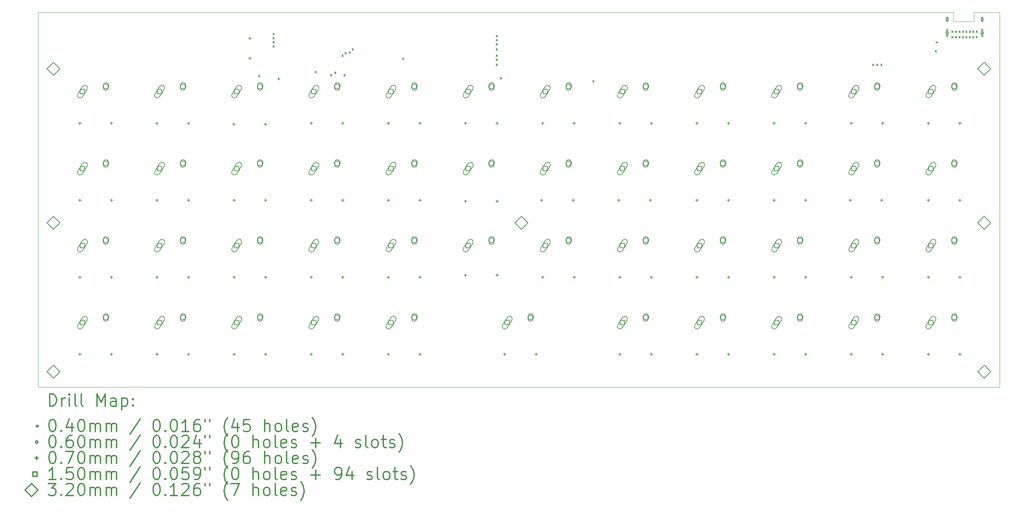
<source format=gbr>
%FSLAX45Y45*%
G04 Gerber Fmt 4.5, Leading zero omitted, Abs format (unit mm)*
G04 Created by KiCad (PCBNEW (5.1.0)-1) date 2020-09-20 16:15:59*
%MOMM*%
%LPD*%
G04 APERTURE LIST*
%ADD10C,0.050000*%
%ADD11C,0.200000*%
%ADD12C,0.300000*%
G04 APERTURE END LIST*
D10*
X24663400Y-3683000D02*
X24663400Y-3454400D01*
X24155400Y-3454400D02*
X24155400Y-3683000D01*
X24155400Y-3683000D02*
X24663400Y-3683000D01*
X1549400Y-3454400D02*
X1549400Y-12725400D01*
X24155400Y-3454400D02*
X1549400Y-3454400D01*
X25298400Y-3454400D02*
X24663400Y-3454400D01*
X25298400Y-12725400D02*
X25298400Y-3454400D01*
X1549400Y-12725400D02*
X25298400Y-12725400D01*
D11*
X6990400Y-5009200D02*
X7030400Y-5049200D01*
X7030400Y-5009200D02*
X6990400Y-5049200D01*
X7346000Y-3967800D02*
X7386000Y-4007800D01*
X7386000Y-3967800D02*
X7346000Y-4007800D01*
X7346000Y-4069400D02*
X7386000Y-4109400D01*
X7386000Y-4069400D02*
X7346000Y-4109400D01*
X7346000Y-4272600D02*
X7386000Y-4312600D01*
X7386000Y-4272600D02*
X7346000Y-4312600D01*
X7346489Y-4170559D02*
X7386489Y-4210559D01*
X7386489Y-4170559D02*
X7346489Y-4210559D01*
X7473000Y-5081700D02*
X7513000Y-5121700D01*
X7513000Y-5081700D02*
X7473000Y-5121700D01*
X8387400Y-4907600D02*
X8427400Y-4947600D01*
X8427400Y-4907600D02*
X8387400Y-4947600D01*
X8768400Y-4983800D02*
X8808400Y-5023800D01*
X8808400Y-4983800D02*
X8768400Y-5023800D01*
X8870000Y-4929300D02*
X8910000Y-4969300D01*
X8910000Y-4929300D02*
X8870000Y-4969300D01*
X9047800Y-4501200D02*
X9087800Y-4541200D01*
X9087800Y-4501200D02*
X9047800Y-4541200D01*
X9098600Y-4983800D02*
X9138600Y-5023800D01*
X9138600Y-4983800D02*
X9098600Y-5023800D01*
X9131005Y-4445730D02*
X9171005Y-4485730D01*
X9171005Y-4445730D02*
X9131005Y-4485730D01*
X9228687Y-4424324D02*
X9268687Y-4464324D01*
X9268687Y-4424324D02*
X9228687Y-4464324D01*
X9301800Y-4348800D02*
X9341800Y-4388800D01*
X9341800Y-4348800D02*
X9301800Y-4388800D01*
X10546400Y-4577400D02*
X10586400Y-4617400D01*
X10586400Y-4577400D02*
X10546400Y-4617400D01*
X12857800Y-4018600D02*
X12897800Y-4058600D01*
X12897800Y-4018600D02*
X12857800Y-4058600D01*
X12857800Y-4121800D02*
X12897800Y-4161800D01*
X12897800Y-4121800D02*
X12857800Y-4161800D01*
X12857800Y-4221800D02*
X12897800Y-4261800D01*
X12897800Y-4221800D02*
X12857800Y-4261800D01*
X12857800Y-4348800D02*
X12897800Y-4388800D01*
X12897800Y-4348800D02*
X12857800Y-4388800D01*
X12857800Y-4501200D02*
X12897800Y-4541200D01*
X12897800Y-4501200D02*
X12857800Y-4541200D01*
X12857800Y-4602800D02*
X12897800Y-4642800D01*
X12897800Y-4602800D02*
X12857800Y-4642800D01*
X12857800Y-4729800D02*
X12897800Y-4769800D01*
X12897800Y-4729800D02*
X12857800Y-4769800D01*
X12959400Y-5060000D02*
X12999400Y-5100000D01*
X12999400Y-5060000D02*
X12959400Y-5100000D01*
X15245400Y-5136200D02*
X15285400Y-5176200D01*
X15285400Y-5136200D02*
X15245400Y-5176200D01*
X22154200Y-4729800D02*
X22194200Y-4769800D01*
X22194200Y-4729800D02*
X22154200Y-4769800D01*
X22255800Y-4729800D02*
X22295800Y-4769800D01*
X22295800Y-4729800D02*
X22255800Y-4769800D01*
X22357400Y-4729800D02*
X22397400Y-4769800D01*
X22397400Y-4729800D02*
X22357400Y-4769800D01*
X23703600Y-4395900D02*
X23743600Y-4435900D01*
X23743600Y-4395900D02*
X23703600Y-4435900D01*
X23723201Y-4176799D02*
X23763201Y-4216799D01*
X23763201Y-4176799D02*
X23723201Y-4216799D01*
X24116800Y-3911900D02*
X24156800Y-3951900D01*
X24156800Y-3911900D02*
X24116800Y-3951900D01*
X24117300Y-4044400D02*
X24157300Y-4084400D01*
X24157300Y-4044400D02*
X24117300Y-4084400D01*
X24201800Y-3911900D02*
X24241800Y-3951900D01*
X24241800Y-3911900D02*
X24201800Y-3951900D01*
X24202300Y-4044400D02*
X24242300Y-4084400D01*
X24242300Y-4044400D02*
X24202300Y-4084400D01*
X24286800Y-3911900D02*
X24326800Y-3951900D01*
X24326800Y-3911900D02*
X24286800Y-3951900D01*
X24287300Y-4044400D02*
X24327300Y-4084400D01*
X24327300Y-4044400D02*
X24287300Y-4084400D01*
X24371800Y-3911900D02*
X24411800Y-3951900D01*
X24411800Y-3911900D02*
X24371800Y-3951900D01*
X24372300Y-4044400D02*
X24412300Y-4084400D01*
X24412300Y-4044400D02*
X24372300Y-4084400D01*
X24456800Y-3911900D02*
X24496800Y-3951900D01*
X24496800Y-3911900D02*
X24456800Y-3951900D01*
X24457300Y-4044400D02*
X24497300Y-4084400D01*
X24497300Y-4044400D02*
X24457300Y-4084400D01*
X24541800Y-3911900D02*
X24581800Y-3951900D01*
X24581800Y-3911900D02*
X24541800Y-3951900D01*
X24542300Y-4044400D02*
X24582300Y-4084400D01*
X24582300Y-4044400D02*
X24542300Y-4084400D01*
X24626800Y-3911900D02*
X24666800Y-3951900D01*
X24666800Y-3911900D02*
X24626800Y-3951900D01*
X24627300Y-4044400D02*
X24667300Y-4084400D01*
X24667300Y-4044400D02*
X24627300Y-4084400D01*
X24712300Y-3911900D02*
X24752300Y-3951900D01*
X24752300Y-3911900D02*
X24712300Y-3951900D01*
X24712300Y-4044400D02*
X24752300Y-4084400D01*
X24752300Y-4044400D02*
X24712300Y-4084400D01*
X24032300Y-3628400D02*
G75*
G03X24032300Y-3628400I-30000J0D01*
G01*
X24022300Y-3668400D02*
X24022300Y-3588400D01*
X23982300Y-3668400D02*
X23982300Y-3588400D01*
X24022300Y-3588400D02*
G75*
G03X23982300Y-3588400I-20000J0D01*
G01*
X23982300Y-3668400D02*
G75*
G03X24022300Y-3668400I20000J0D01*
G01*
X24032300Y-3966400D02*
G75*
G03X24032300Y-3966400I-30000J0D01*
G01*
X24022300Y-4041400D02*
X24022300Y-3891400D01*
X23982300Y-4041400D02*
X23982300Y-3891400D01*
X24022300Y-3891400D02*
G75*
G03X23982300Y-3891400I-20000J0D01*
G01*
X23982300Y-4041400D02*
G75*
G03X24022300Y-4041400I20000J0D01*
G01*
X24897300Y-3628400D02*
G75*
G03X24897300Y-3628400I-30000J0D01*
G01*
X24887300Y-3668400D02*
X24887300Y-3588400D01*
X24847300Y-3668400D02*
X24847300Y-3588400D01*
X24887300Y-3588400D02*
G75*
G03X24847300Y-3588400I-20000J0D01*
G01*
X24847300Y-3668400D02*
G75*
G03X24887300Y-3668400I20000J0D01*
G01*
X24897300Y-3966400D02*
G75*
G03X24897300Y-3966400I-30000J0D01*
G01*
X24887300Y-4041400D02*
X24887300Y-3891400D01*
X24847300Y-4041400D02*
X24847300Y-3891400D01*
X24887300Y-3891400D02*
G75*
G03X24847300Y-3891400I-20000J0D01*
G01*
X24847300Y-4041400D02*
G75*
G03X24887300Y-4041400I20000J0D01*
G01*
X10201800Y-9972600D02*
X10201800Y-10042600D01*
X10166800Y-10007600D02*
X10236800Y-10007600D01*
X10981800Y-9972600D02*
X10981800Y-10042600D01*
X10946800Y-10007600D02*
X11016800Y-10007600D01*
X17821800Y-9972600D02*
X17821800Y-10042600D01*
X17786800Y-10007600D02*
X17856800Y-10007600D01*
X18601800Y-9972600D02*
X18601800Y-10042600D01*
X18566800Y-10007600D02*
X18636800Y-10007600D01*
X21631800Y-11877600D02*
X21631800Y-11947600D01*
X21596800Y-11912600D02*
X21666800Y-11912600D01*
X22411800Y-11877600D02*
X22411800Y-11947600D01*
X22376800Y-11912600D02*
X22446800Y-11912600D01*
X23536800Y-9972600D02*
X23536800Y-10042600D01*
X23501800Y-10007600D02*
X23571800Y-10007600D01*
X24316800Y-9972600D02*
X24316800Y-10042600D01*
X24281800Y-10007600D02*
X24351800Y-10007600D01*
X8296800Y-9972600D02*
X8296800Y-10042600D01*
X8261800Y-10007600D02*
X8331800Y-10007600D01*
X9076800Y-9972600D02*
X9076800Y-10042600D01*
X9041800Y-10007600D02*
X9111800Y-10007600D01*
X23536800Y-11877600D02*
X23536800Y-11947600D01*
X23501800Y-11912600D02*
X23571800Y-11912600D01*
X24316800Y-11877600D02*
X24316800Y-11947600D01*
X24281800Y-11912600D02*
X24351800Y-11912600D01*
X2581800Y-6162600D02*
X2581800Y-6232600D01*
X2546800Y-6197600D02*
X2616800Y-6197600D01*
X3361800Y-6162600D02*
X3361800Y-6232600D01*
X3326800Y-6197600D02*
X3396800Y-6197600D01*
X12106800Y-8093000D02*
X12106800Y-8163000D01*
X12071800Y-8128000D02*
X12141800Y-8128000D01*
X12886800Y-8093000D02*
X12886800Y-8163000D01*
X12851800Y-8128000D02*
X12921800Y-8128000D01*
X13072000Y-11877600D02*
X13072000Y-11947600D01*
X13037000Y-11912600D02*
X13107000Y-11912600D01*
X13852000Y-11877600D02*
X13852000Y-11947600D01*
X13817000Y-11912600D02*
X13887000Y-11912600D01*
X19726800Y-6162600D02*
X19726800Y-6232600D01*
X19691800Y-6197600D02*
X19761800Y-6197600D01*
X20506800Y-6162600D02*
X20506800Y-6232600D01*
X20471800Y-6197600D02*
X20541800Y-6197600D01*
X15891400Y-8067600D02*
X15891400Y-8137600D01*
X15856400Y-8102600D02*
X15926400Y-8102600D01*
X16671400Y-8067600D02*
X16671400Y-8137600D01*
X16636400Y-8102600D02*
X16706400Y-8102600D01*
X21631800Y-9972600D02*
X21631800Y-10042600D01*
X21596800Y-10007600D02*
X21666800Y-10007600D01*
X22411800Y-9972600D02*
X22411800Y-10042600D01*
X22376800Y-10007600D02*
X22446800Y-10007600D01*
X2581800Y-8067600D02*
X2581800Y-8137600D01*
X2546800Y-8102600D02*
X2616800Y-8102600D01*
X3361800Y-8067600D02*
X3361800Y-8137600D01*
X3326800Y-8102600D02*
X3396800Y-8102600D01*
X23536800Y-8067600D02*
X23536800Y-8137600D01*
X23501800Y-8102600D02*
X23571800Y-8102600D01*
X24316800Y-8067600D02*
X24316800Y-8137600D01*
X24281800Y-8102600D02*
X24351800Y-8102600D01*
X17821800Y-6162600D02*
X17821800Y-6232600D01*
X17786800Y-6197600D02*
X17856800Y-6197600D01*
X18601800Y-6162600D02*
X18601800Y-6232600D01*
X18566800Y-6197600D02*
X18636800Y-6197600D01*
X6386700Y-6188000D02*
X6386700Y-6258000D01*
X6351700Y-6223000D02*
X6421700Y-6223000D01*
X7166700Y-6188000D02*
X7166700Y-6258000D01*
X7131700Y-6223000D02*
X7201700Y-6223000D01*
X15916800Y-6162600D02*
X15916800Y-6232600D01*
X15881800Y-6197600D02*
X15951800Y-6197600D01*
X16696800Y-6162600D02*
X16696800Y-6232600D01*
X16661800Y-6197600D02*
X16731800Y-6197600D01*
X6391800Y-9972600D02*
X6391800Y-10042600D01*
X6356800Y-10007600D02*
X6426800Y-10007600D01*
X7171800Y-9972600D02*
X7171800Y-10042600D01*
X7136800Y-10007600D02*
X7206800Y-10007600D01*
X14011800Y-9972600D02*
X14011800Y-10042600D01*
X13976800Y-10007600D02*
X14046800Y-10007600D01*
X14791800Y-9972600D02*
X14791800Y-10042600D01*
X14756800Y-10007600D02*
X14826800Y-10007600D01*
X2581800Y-11877600D02*
X2581800Y-11947600D01*
X2546800Y-11912600D02*
X2616800Y-11912600D01*
X3361800Y-11877600D02*
X3361800Y-11947600D01*
X3326800Y-11912600D02*
X3396800Y-11912600D01*
X6391800Y-11877600D02*
X6391800Y-11947600D01*
X6356800Y-11912600D02*
X6426800Y-11912600D01*
X7171800Y-11877600D02*
X7171800Y-11947600D01*
X7136800Y-11912600D02*
X7206800Y-11912600D01*
X19726800Y-11877600D02*
X19726800Y-11947600D01*
X19691800Y-11912600D02*
X19761800Y-11912600D01*
X20506800Y-11877600D02*
X20506800Y-11947600D01*
X20471800Y-11912600D02*
X20541800Y-11912600D01*
X23536800Y-6162600D02*
X23536800Y-6232600D01*
X23501800Y-6197600D02*
X23571800Y-6197600D01*
X24316800Y-6162600D02*
X24316800Y-6232600D01*
X24281800Y-6197600D02*
X24351800Y-6197600D01*
X10201800Y-11877600D02*
X10201800Y-11947600D01*
X10166800Y-11912600D02*
X10236800Y-11912600D01*
X10981800Y-11877600D02*
X10981800Y-11947600D01*
X10946800Y-11912600D02*
X11016800Y-11912600D01*
X6391800Y-8067600D02*
X6391800Y-8137600D01*
X6356800Y-8102600D02*
X6426800Y-8102600D01*
X7171800Y-8067600D02*
X7171800Y-8137600D01*
X7136800Y-8102600D02*
X7206800Y-8102600D01*
X6781800Y-4063400D02*
X6781800Y-4133400D01*
X6746800Y-4098400D02*
X6816800Y-4098400D01*
X6781800Y-4553400D02*
X6781800Y-4623400D01*
X6746800Y-4588400D02*
X6816800Y-4588400D01*
X10201800Y-8067600D02*
X10201800Y-8137600D01*
X10166800Y-8102600D02*
X10236800Y-8102600D01*
X10981800Y-8067600D02*
X10981800Y-8137600D01*
X10946800Y-8102600D02*
X11016800Y-8102600D01*
X15916800Y-11877600D02*
X15916800Y-11947600D01*
X15881800Y-11912600D02*
X15951800Y-11912600D01*
X16696800Y-11877600D02*
X16696800Y-11947600D01*
X16661800Y-11912600D02*
X16731800Y-11912600D01*
X10201800Y-6162600D02*
X10201800Y-6232600D01*
X10166800Y-6197600D02*
X10236800Y-6197600D01*
X10981800Y-6162600D02*
X10981800Y-6232600D01*
X10946800Y-6197600D02*
X11016800Y-6197600D01*
X17821800Y-8067600D02*
X17821800Y-8137600D01*
X17786800Y-8102600D02*
X17856800Y-8102600D01*
X18601800Y-8067600D02*
X18601800Y-8137600D01*
X18566800Y-8102600D02*
X18636800Y-8102600D01*
X4486800Y-8067600D02*
X4486800Y-8137600D01*
X4451800Y-8102600D02*
X4521800Y-8102600D01*
X5266800Y-8067600D02*
X5266800Y-8137600D01*
X5231800Y-8102600D02*
X5301800Y-8102600D01*
X2581800Y-9972600D02*
X2581800Y-10042600D01*
X2546800Y-10007600D02*
X2616800Y-10007600D01*
X3361800Y-9972600D02*
X3361800Y-10042600D01*
X3326800Y-10007600D02*
X3396800Y-10007600D01*
X4486800Y-6162600D02*
X4486800Y-6232600D01*
X4451800Y-6197600D02*
X4521800Y-6197600D01*
X5266800Y-6162600D02*
X5266800Y-6232600D01*
X5231800Y-6197600D02*
X5301800Y-6197600D01*
X12106800Y-6162600D02*
X12106800Y-6232600D01*
X12071800Y-6197600D02*
X12141800Y-6197600D01*
X12886800Y-6162600D02*
X12886800Y-6232600D01*
X12851800Y-6197600D02*
X12921800Y-6197600D01*
X12106800Y-9921800D02*
X12106800Y-9991800D01*
X12071800Y-9956800D02*
X12141800Y-9956800D01*
X12886800Y-9921800D02*
X12886800Y-9991800D01*
X12851800Y-9956800D02*
X12921800Y-9956800D01*
X15916800Y-9972600D02*
X15916800Y-10042600D01*
X15881800Y-10007600D02*
X15951800Y-10007600D01*
X16696800Y-9972600D02*
X16696800Y-10042600D01*
X16661800Y-10007600D02*
X16731800Y-10007600D01*
X17821800Y-11877600D02*
X17821800Y-11947600D01*
X17786800Y-11912600D02*
X17856800Y-11912600D01*
X18601800Y-11877600D02*
X18601800Y-11947600D01*
X18566800Y-11912600D02*
X18636800Y-11912600D01*
X4486800Y-11877600D02*
X4486800Y-11947600D01*
X4451800Y-11912600D02*
X4521800Y-11912600D01*
X5266800Y-11877600D02*
X5266800Y-11947600D01*
X5231800Y-11912600D02*
X5301800Y-11912600D01*
X8296800Y-11877600D02*
X8296800Y-11947600D01*
X8261800Y-11912600D02*
X8331800Y-11912600D01*
X9076800Y-11877600D02*
X9076800Y-11947600D01*
X9041800Y-11912600D02*
X9111800Y-11912600D01*
X19726800Y-9972600D02*
X19726800Y-10042600D01*
X19691800Y-10007600D02*
X19761800Y-10007600D01*
X20506800Y-9972600D02*
X20506800Y-10042600D01*
X20471800Y-10007600D02*
X20541800Y-10007600D01*
X13986400Y-8067600D02*
X13986400Y-8137600D01*
X13951400Y-8102600D02*
X14021400Y-8102600D01*
X14766400Y-8067600D02*
X14766400Y-8137600D01*
X14731400Y-8102600D02*
X14801400Y-8102600D01*
X4486800Y-9972600D02*
X4486800Y-10042600D01*
X4451800Y-10007600D02*
X4521800Y-10007600D01*
X5266800Y-9972600D02*
X5266800Y-10042600D01*
X5231800Y-10007600D02*
X5301800Y-10007600D01*
X8296800Y-6162600D02*
X8296800Y-6232600D01*
X8261800Y-6197600D02*
X8331800Y-6197600D01*
X9076800Y-6162600D02*
X9076800Y-6232600D01*
X9041800Y-6197600D02*
X9111800Y-6197600D01*
X21606400Y-8067600D02*
X21606400Y-8137600D01*
X21571400Y-8102600D02*
X21641400Y-8102600D01*
X22386400Y-8067600D02*
X22386400Y-8137600D01*
X22351400Y-8102600D02*
X22421400Y-8102600D01*
X8296800Y-8067600D02*
X8296800Y-8137600D01*
X8261800Y-8102600D02*
X8331800Y-8102600D01*
X9076800Y-8067600D02*
X9076800Y-8137600D01*
X9041800Y-8102600D02*
X9111800Y-8102600D01*
X19726800Y-8067600D02*
X19726800Y-8137600D01*
X19691800Y-8102600D02*
X19761800Y-8102600D01*
X20506800Y-8067600D02*
X20506800Y-8137600D01*
X20471800Y-8102600D02*
X20541800Y-8102600D01*
X21631800Y-6162600D02*
X21631800Y-6232600D01*
X21596800Y-6197600D02*
X21666800Y-6197600D01*
X22411800Y-6162600D02*
X22411800Y-6232600D01*
X22376800Y-6197600D02*
X22446800Y-6197600D01*
X14011800Y-6162600D02*
X14011800Y-6232600D01*
X13976800Y-6197600D02*
X14046800Y-6197600D01*
X14791800Y-6162600D02*
X14791800Y-6232600D01*
X14756800Y-6197600D02*
X14826800Y-6197600D01*
X14129333Y-7371833D02*
X14129333Y-7265766D01*
X14023266Y-7265766D01*
X14023266Y-7371833D01*
X14129333Y-7371833D01*
X14081926Y-7188994D02*
X13961033Y-7378757D01*
X14191567Y-7258843D02*
X14070674Y-7448606D01*
X13961033Y-7378757D02*
G75*
G03X14070674Y-7448606I54820J-34925D01*
G01*
X14191567Y-7258843D02*
G75*
G03X14081926Y-7188994I-54820J34925D01*
G01*
X14706833Y-7244833D02*
X14706833Y-7138766D01*
X14600766Y-7138766D01*
X14600766Y-7244833D01*
X14706833Y-7244833D01*
X14590923Y-7158446D02*
X14586978Y-7216312D01*
X14720622Y-7167288D02*
X14716677Y-7225154D01*
X14586978Y-7216312D02*
G75*
G03X14716677Y-7225154I64850J-4421D01*
G01*
X14720622Y-7167288D02*
G75*
G03X14590923Y-7158446I-64850J4421D01*
G01*
X23654333Y-11181834D02*
X23654333Y-11075767D01*
X23548266Y-11075767D01*
X23548266Y-11181834D01*
X23654333Y-11181834D01*
X23606926Y-10998994D02*
X23486033Y-11188757D01*
X23716567Y-11068843D02*
X23595674Y-11258606D01*
X23486033Y-11188757D02*
G75*
G03X23595674Y-11258606I54820J-34925D01*
G01*
X23716567Y-11068843D02*
G75*
G03X23606926Y-10998994I-54820J34925D01*
G01*
X24231833Y-11054834D02*
X24231833Y-10948767D01*
X24125766Y-10948767D01*
X24125766Y-11054834D01*
X24231833Y-11054834D01*
X24115923Y-10968446D02*
X24111978Y-11026312D01*
X24245622Y-10977288D02*
X24241677Y-11035154D01*
X24111978Y-11026312D02*
G75*
G03X24241677Y-11035154I64850J-4421D01*
G01*
X24245622Y-10977288D02*
G75*
G03X24115923Y-10968446I-64850J4421D01*
G01*
X19844334Y-7371833D02*
X19844334Y-7265766D01*
X19738267Y-7265766D01*
X19738267Y-7371833D01*
X19844334Y-7371833D01*
X19796926Y-7188994D02*
X19676033Y-7378757D01*
X19906567Y-7258843D02*
X19785674Y-7448606D01*
X19676033Y-7378757D02*
G75*
G03X19785674Y-7448606I54820J-34925D01*
G01*
X19906567Y-7258843D02*
G75*
G03X19796926Y-7188994I-54820J34925D01*
G01*
X20421834Y-7244833D02*
X20421834Y-7138766D01*
X20315767Y-7138766D01*
X20315767Y-7244833D01*
X20421834Y-7244833D01*
X20305923Y-7158446D02*
X20301978Y-7216312D01*
X20435622Y-7167288D02*
X20431677Y-7225154D01*
X20301978Y-7216312D02*
G75*
G03X20431677Y-7225154I64850J-4421D01*
G01*
X20435622Y-7167288D02*
G75*
G03X20305923Y-7158446I-64850J4421D01*
G01*
X8414334Y-9276834D02*
X8414334Y-9170767D01*
X8308266Y-9170767D01*
X8308266Y-9276834D01*
X8414334Y-9276834D01*
X8366926Y-9093994D02*
X8246033Y-9283757D01*
X8476567Y-9163843D02*
X8355674Y-9353606D01*
X8246033Y-9283757D02*
G75*
G03X8355674Y-9353606I54820J-34925D01*
G01*
X8476567Y-9163843D02*
G75*
G03X8366926Y-9093994I-54820J34925D01*
G01*
X8991834Y-9149834D02*
X8991834Y-9043767D01*
X8885767Y-9043767D01*
X8885767Y-9149834D01*
X8991834Y-9149834D01*
X8875923Y-9063446D02*
X8871978Y-9121312D01*
X9005622Y-9072288D02*
X9001677Y-9130154D01*
X8871978Y-9121312D02*
G75*
G03X9001677Y-9130154I64850J-4421D01*
G01*
X9005622Y-9072288D02*
G75*
G03X8875923Y-9063446I-64850J4421D01*
G01*
X16034333Y-9276834D02*
X16034333Y-9170767D01*
X15928266Y-9170767D01*
X15928266Y-9276834D01*
X16034333Y-9276834D01*
X15986926Y-9093994D02*
X15866033Y-9283757D01*
X16096567Y-9163843D02*
X15975674Y-9353606D01*
X15866033Y-9283757D02*
G75*
G03X15975674Y-9353606I54820J-34925D01*
G01*
X16096567Y-9163843D02*
G75*
G03X15986926Y-9093994I-54820J34925D01*
G01*
X16611833Y-9149834D02*
X16611833Y-9043767D01*
X16505766Y-9043767D01*
X16505766Y-9149834D01*
X16611833Y-9149834D01*
X16495923Y-9063446D02*
X16491978Y-9121312D01*
X16625622Y-9072288D02*
X16621677Y-9130154D01*
X16491978Y-9121312D02*
G75*
G03X16621677Y-9130154I64850J-4421D01*
G01*
X16625622Y-9072288D02*
G75*
G03X16495923Y-9063446I-64850J4421D01*
G01*
X4604334Y-9276834D02*
X4604334Y-9170767D01*
X4498267Y-9170767D01*
X4498267Y-9276834D01*
X4604334Y-9276834D01*
X4556926Y-9093994D02*
X4436033Y-9283757D01*
X4666567Y-9163843D02*
X4545674Y-9353606D01*
X4436033Y-9283757D02*
G75*
G03X4545674Y-9353606I54820J-34925D01*
G01*
X4666567Y-9163843D02*
G75*
G03X4556926Y-9093994I-54820J34925D01*
G01*
X5181834Y-9149834D02*
X5181834Y-9043767D01*
X5075767Y-9043767D01*
X5075767Y-9149834D01*
X5181834Y-9149834D01*
X5065923Y-9063446D02*
X5061978Y-9121312D01*
X5195622Y-9072288D02*
X5191677Y-9130154D01*
X5061978Y-9121312D02*
G75*
G03X5191677Y-9130154I64850J-4421D01*
G01*
X5195622Y-9072288D02*
G75*
G03X5065923Y-9063446I-64850J4421D01*
G01*
X4604334Y-11181834D02*
X4604334Y-11075767D01*
X4498267Y-11075767D01*
X4498267Y-11181834D01*
X4604334Y-11181834D01*
X4556926Y-10998994D02*
X4436033Y-11188757D01*
X4666567Y-11068843D02*
X4545674Y-11258606D01*
X4436033Y-11188757D02*
G75*
G03X4545674Y-11258606I54820J-34925D01*
G01*
X4666567Y-11068843D02*
G75*
G03X4556926Y-10998994I-54820J34925D01*
G01*
X5181834Y-11054834D02*
X5181834Y-10948767D01*
X5075767Y-10948767D01*
X5075767Y-11054834D01*
X5181834Y-11054834D01*
X5065923Y-10968446D02*
X5061978Y-11026312D01*
X5195622Y-10977288D02*
X5191677Y-11035154D01*
X5061978Y-11026312D02*
G75*
G03X5191677Y-11035154I64850J-4421D01*
G01*
X5195622Y-10977288D02*
G75*
G03X5065923Y-10968446I-64850J4421D01*
G01*
X21749334Y-7371833D02*
X21749334Y-7265766D01*
X21643267Y-7265766D01*
X21643267Y-7371833D01*
X21749334Y-7371833D01*
X21701926Y-7188994D02*
X21581033Y-7378757D01*
X21811567Y-7258843D02*
X21690674Y-7448606D01*
X21581033Y-7378757D02*
G75*
G03X21690674Y-7448606I54820J-34925D01*
G01*
X21811567Y-7258843D02*
G75*
G03X21701926Y-7188994I-54820J34925D01*
G01*
X22326834Y-7244833D02*
X22326834Y-7138766D01*
X22220767Y-7138766D01*
X22220767Y-7244833D01*
X22326834Y-7244833D01*
X22210923Y-7158446D02*
X22206978Y-7216312D01*
X22340622Y-7167288D02*
X22336677Y-7225154D01*
X22206978Y-7216312D02*
G75*
G03X22336677Y-7225154I64850J-4421D01*
G01*
X22340622Y-7167288D02*
G75*
G03X22210923Y-7158446I-64850J4421D01*
G01*
X21749334Y-5466834D02*
X21749334Y-5360767D01*
X21643267Y-5360767D01*
X21643267Y-5466834D01*
X21749334Y-5466834D01*
X21701926Y-5283994D02*
X21581033Y-5473757D01*
X21811567Y-5353843D02*
X21690674Y-5543606D01*
X21581033Y-5473757D02*
G75*
G03X21690674Y-5543606I54820J-34925D01*
G01*
X21811567Y-5353843D02*
G75*
G03X21701926Y-5283994I-54820J34925D01*
G01*
X22326834Y-5339834D02*
X22326834Y-5233767D01*
X22220767Y-5233767D01*
X22220767Y-5339834D01*
X22326834Y-5339834D01*
X22210923Y-5253446D02*
X22206978Y-5311312D01*
X22340622Y-5262288D02*
X22336677Y-5320154D01*
X22206978Y-5311312D02*
G75*
G03X22336677Y-5320154I64850J-4421D01*
G01*
X22340622Y-5262288D02*
G75*
G03X22210923Y-5253446I-64850J4421D01*
G01*
X6509333Y-9276834D02*
X6509333Y-9170767D01*
X6403266Y-9170767D01*
X6403266Y-9276834D01*
X6509333Y-9276834D01*
X6461926Y-9093994D02*
X6341033Y-9283757D01*
X6571567Y-9163843D02*
X6450674Y-9353606D01*
X6341033Y-9283757D02*
G75*
G03X6450674Y-9353606I54820J-34925D01*
G01*
X6571567Y-9163843D02*
G75*
G03X6461926Y-9093994I-54820J34925D01*
G01*
X7086833Y-9149834D02*
X7086833Y-9043767D01*
X6980766Y-9043767D01*
X6980766Y-9149834D01*
X7086833Y-9149834D01*
X6970923Y-9063446D02*
X6966978Y-9121312D01*
X7100622Y-9072288D02*
X7096677Y-9130154D01*
X6966978Y-9121312D02*
G75*
G03X7096677Y-9130154I64850J-4421D01*
G01*
X7100622Y-9072288D02*
G75*
G03X6970923Y-9063446I-64850J4421D01*
G01*
X16034333Y-5466834D02*
X16034333Y-5360767D01*
X15928266Y-5360767D01*
X15928266Y-5466834D01*
X16034333Y-5466834D01*
X15986926Y-5283994D02*
X15866033Y-5473757D01*
X16096567Y-5353843D02*
X15975674Y-5543606D01*
X15866033Y-5473757D02*
G75*
G03X15975674Y-5543606I54820J-34925D01*
G01*
X16096567Y-5353843D02*
G75*
G03X15986926Y-5283994I-54820J34925D01*
G01*
X16611833Y-5339834D02*
X16611833Y-5233767D01*
X16505766Y-5233767D01*
X16505766Y-5339834D01*
X16611833Y-5339834D01*
X16495923Y-5253446D02*
X16491978Y-5311312D01*
X16625622Y-5262288D02*
X16621677Y-5320154D01*
X16491978Y-5311312D02*
G75*
G03X16621677Y-5320154I64850J-4421D01*
G01*
X16625622Y-5262288D02*
G75*
G03X16495923Y-5253446I-64850J4421D01*
G01*
X10319334Y-11181834D02*
X10319334Y-11075767D01*
X10213267Y-11075767D01*
X10213267Y-11181834D01*
X10319334Y-11181834D01*
X10271926Y-10998994D02*
X10151033Y-11188757D01*
X10381567Y-11068843D02*
X10260674Y-11258606D01*
X10151033Y-11188757D02*
G75*
G03X10260674Y-11258606I54820J-34925D01*
G01*
X10381567Y-11068843D02*
G75*
G03X10271926Y-10998994I-54820J34925D01*
G01*
X10896834Y-11054834D02*
X10896834Y-10948767D01*
X10790767Y-10948767D01*
X10790767Y-11054834D01*
X10896834Y-11054834D01*
X10780923Y-10968446D02*
X10776978Y-11026312D01*
X10910622Y-10977288D02*
X10906677Y-11035154D01*
X10776978Y-11026312D02*
G75*
G03X10906677Y-11035154I64850J-4421D01*
G01*
X10910622Y-10977288D02*
G75*
G03X10780923Y-10968446I-64850J4421D01*
G01*
X19844334Y-5466834D02*
X19844334Y-5360767D01*
X19738267Y-5360767D01*
X19738267Y-5466834D01*
X19844334Y-5466834D01*
X19796926Y-5283994D02*
X19676033Y-5473757D01*
X19906567Y-5353843D02*
X19785674Y-5543606D01*
X19676033Y-5473757D02*
G75*
G03X19785674Y-5543606I54820J-34925D01*
G01*
X19906567Y-5353843D02*
G75*
G03X19796926Y-5283994I-54820J34925D01*
G01*
X20421834Y-5339834D02*
X20421834Y-5233767D01*
X20315767Y-5233767D01*
X20315767Y-5339834D01*
X20421834Y-5339834D01*
X20305923Y-5253446D02*
X20301978Y-5311312D01*
X20435622Y-5262288D02*
X20431677Y-5320154D01*
X20301978Y-5311312D02*
G75*
G03X20431677Y-5320154I64850J-4421D01*
G01*
X20435622Y-5262288D02*
G75*
G03X20305923Y-5253446I-64850J4421D01*
G01*
X21749334Y-11181834D02*
X21749334Y-11075767D01*
X21643267Y-11075767D01*
X21643267Y-11181834D01*
X21749334Y-11181834D01*
X21701926Y-10998994D02*
X21581033Y-11188757D01*
X21811567Y-11068843D02*
X21690674Y-11258606D01*
X21581033Y-11188757D02*
G75*
G03X21690674Y-11258606I54820J-34925D01*
G01*
X21811567Y-11068843D02*
G75*
G03X21701926Y-10998994I-54820J34925D01*
G01*
X22326834Y-11054834D02*
X22326834Y-10948767D01*
X22220767Y-10948767D01*
X22220767Y-11054834D01*
X22326834Y-11054834D01*
X22210923Y-10968446D02*
X22206978Y-11026312D01*
X22340622Y-10977288D02*
X22336677Y-11035154D01*
X22206978Y-11026312D02*
G75*
G03X22336677Y-11035154I64850J-4421D01*
G01*
X22340622Y-10977288D02*
G75*
G03X22210923Y-10968446I-64850J4421D01*
G01*
X6509333Y-7371833D02*
X6509333Y-7265766D01*
X6403266Y-7265766D01*
X6403266Y-7371833D01*
X6509333Y-7371833D01*
X6461926Y-7188994D02*
X6341033Y-7378757D01*
X6571567Y-7258843D02*
X6450674Y-7448606D01*
X6341033Y-7378757D02*
G75*
G03X6450674Y-7448606I54820J-34925D01*
G01*
X6571567Y-7258843D02*
G75*
G03X6461926Y-7188994I-54820J34925D01*
G01*
X7086833Y-7244833D02*
X7086833Y-7138766D01*
X6980766Y-7138766D01*
X6980766Y-7244833D01*
X7086833Y-7244833D01*
X6970923Y-7158446D02*
X6966978Y-7216312D01*
X7100622Y-7167288D02*
X7096677Y-7225154D01*
X6966978Y-7216312D02*
G75*
G03X7096677Y-7225154I64850J-4421D01*
G01*
X7100622Y-7167288D02*
G75*
G03X6970923Y-7158446I-64850J4421D01*
G01*
X17939334Y-7371833D02*
X17939334Y-7265766D01*
X17833267Y-7265766D01*
X17833267Y-7371833D01*
X17939334Y-7371833D01*
X17891926Y-7188994D02*
X17771033Y-7378757D01*
X18001567Y-7258843D02*
X17880674Y-7448606D01*
X17771033Y-7378757D02*
G75*
G03X17880674Y-7448606I54820J-34925D01*
G01*
X18001567Y-7258843D02*
G75*
G03X17891926Y-7188994I-54820J34925D01*
G01*
X18516834Y-7244833D02*
X18516834Y-7138766D01*
X18410767Y-7138766D01*
X18410767Y-7244833D01*
X18516834Y-7244833D01*
X18400923Y-7158446D02*
X18396978Y-7216312D01*
X18530622Y-7167288D02*
X18526677Y-7225154D01*
X18396978Y-7216312D02*
G75*
G03X18526677Y-7225154I64850J-4421D01*
G01*
X18530622Y-7167288D02*
G75*
G03X18400923Y-7158446I-64850J4421D01*
G01*
X23654333Y-9276834D02*
X23654333Y-9170767D01*
X23548266Y-9170767D01*
X23548266Y-9276834D01*
X23654333Y-9276834D01*
X23606926Y-9093994D02*
X23486033Y-9283757D01*
X23716567Y-9163843D02*
X23595674Y-9353606D01*
X23486033Y-9283757D02*
G75*
G03X23595674Y-9353606I54820J-34925D01*
G01*
X23716567Y-9163843D02*
G75*
G03X23606926Y-9093994I-54820J34925D01*
G01*
X24231833Y-9149834D02*
X24231833Y-9043767D01*
X24125766Y-9043767D01*
X24125766Y-9149834D01*
X24231833Y-9149834D01*
X24115923Y-9063446D02*
X24111978Y-9121312D01*
X24245622Y-9072288D02*
X24241677Y-9130154D01*
X24111978Y-9121312D02*
G75*
G03X24241677Y-9130154I64850J-4421D01*
G01*
X24245622Y-9072288D02*
G75*
G03X24115923Y-9063446I-64850J4421D01*
G01*
X10319334Y-9276834D02*
X10319334Y-9170767D01*
X10213267Y-9170767D01*
X10213267Y-9276834D01*
X10319334Y-9276834D01*
X10271926Y-9093994D02*
X10151033Y-9283757D01*
X10381567Y-9163843D02*
X10260674Y-9353606D01*
X10151033Y-9283757D02*
G75*
G03X10260674Y-9353606I54820J-34925D01*
G01*
X10381567Y-9163843D02*
G75*
G03X10271926Y-9093994I-54820J34925D01*
G01*
X10896834Y-9149834D02*
X10896834Y-9043767D01*
X10790767Y-9043767D01*
X10790767Y-9149834D01*
X10896834Y-9149834D01*
X10780923Y-9063446D02*
X10776978Y-9121312D01*
X10910622Y-9072288D02*
X10906677Y-9130154D01*
X10776978Y-9121312D02*
G75*
G03X10906677Y-9130154I64850J-4421D01*
G01*
X10910622Y-9072288D02*
G75*
G03X10780923Y-9063446I-64850J4421D01*
G01*
X21749334Y-9276834D02*
X21749334Y-9170767D01*
X21643267Y-9170767D01*
X21643267Y-9276834D01*
X21749334Y-9276834D01*
X21701926Y-9093994D02*
X21581033Y-9283757D01*
X21811567Y-9163843D02*
X21690674Y-9353606D01*
X21581033Y-9283757D02*
G75*
G03X21690674Y-9353606I54820J-34925D01*
G01*
X21811567Y-9163843D02*
G75*
G03X21701926Y-9093994I-54820J34925D01*
G01*
X22326834Y-9149834D02*
X22326834Y-9043767D01*
X22220767Y-9043767D01*
X22220767Y-9149834D01*
X22326834Y-9149834D01*
X22210923Y-9063446D02*
X22206978Y-9121312D01*
X22340622Y-9072288D02*
X22336677Y-9130154D01*
X22206978Y-9121312D02*
G75*
G03X22336677Y-9130154I64850J-4421D01*
G01*
X22340622Y-9072288D02*
G75*
G03X22210923Y-9063446I-64850J4421D01*
G01*
X12224333Y-9276834D02*
X12224333Y-9170767D01*
X12118266Y-9170767D01*
X12118266Y-9276834D01*
X12224333Y-9276834D01*
X12176926Y-9093994D02*
X12056033Y-9283757D01*
X12286567Y-9163843D02*
X12165674Y-9353606D01*
X12056033Y-9283757D02*
G75*
G03X12165674Y-9353606I54820J-34925D01*
G01*
X12286567Y-9163843D02*
G75*
G03X12176926Y-9093994I-54820J34925D01*
G01*
X12801833Y-9149834D02*
X12801833Y-9043767D01*
X12695766Y-9043767D01*
X12695766Y-9149834D01*
X12801833Y-9149834D01*
X12685923Y-9063446D02*
X12681978Y-9121312D01*
X12815622Y-9072288D02*
X12811677Y-9130154D01*
X12681978Y-9121312D02*
G75*
G03X12811677Y-9130154I64850J-4421D01*
G01*
X12815622Y-9072288D02*
G75*
G03X12685923Y-9063446I-64850J4421D01*
G01*
X2699334Y-5466834D02*
X2699334Y-5360767D01*
X2593267Y-5360767D01*
X2593267Y-5466834D01*
X2699334Y-5466834D01*
X2651926Y-5283994D02*
X2531033Y-5473757D01*
X2761567Y-5353843D02*
X2640674Y-5543606D01*
X2531033Y-5473757D02*
G75*
G03X2640674Y-5543606I54820J-34925D01*
G01*
X2761567Y-5353843D02*
G75*
G03X2651926Y-5283994I-54820J34925D01*
G01*
X3276833Y-5339834D02*
X3276833Y-5233767D01*
X3170766Y-5233767D01*
X3170766Y-5339834D01*
X3276833Y-5339834D01*
X3160923Y-5253446D02*
X3156978Y-5311312D01*
X3290622Y-5262288D02*
X3286677Y-5320154D01*
X3156978Y-5311312D02*
G75*
G03X3286677Y-5320154I64850J-4421D01*
G01*
X3290622Y-5262288D02*
G75*
G03X3160923Y-5253446I-64850J4421D01*
G01*
X6509333Y-11181834D02*
X6509333Y-11075767D01*
X6403266Y-11075767D01*
X6403266Y-11181834D01*
X6509333Y-11181834D01*
X6461926Y-10998994D02*
X6341033Y-11188757D01*
X6571567Y-11068843D02*
X6450674Y-11258606D01*
X6341033Y-11188757D02*
G75*
G03X6450674Y-11258606I54820J-34925D01*
G01*
X6571567Y-11068843D02*
G75*
G03X6461926Y-10998994I-54820J34925D01*
G01*
X7086833Y-11054834D02*
X7086833Y-10948767D01*
X6980766Y-10948767D01*
X6980766Y-11054834D01*
X7086833Y-11054834D01*
X6970923Y-10968446D02*
X6966978Y-11026312D01*
X7100622Y-10977288D02*
X7096677Y-11035154D01*
X6966978Y-11026312D02*
G75*
G03X7096677Y-11035154I64850J-4421D01*
G01*
X7100622Y-10977288D02*
G75*
G03X6970923Y-10968446I-64850J4421D01*
G01*
X2699334Y-9276834D02*
X2699334Y-9170767D01*
X2593267Y-9170767D01*
X2593267Y-9276834D01*
X2699334Y-9276834D01*
X2651926Y-9093994D02*
X2531033Y-9283757D01*
X2761567Y-9163843D02*
X2640674Y-9353606D01*
X2531033Y-9283757D02*
G75*
G03X2640674Y-9353606I54820J-34925D01*
G01*
X2761567Y-9163843D02*
G75*
G03X2651926Y-9093994I-54820J34925D01*
G01*
X3276833Y-9149834D02*
X3276833Y-9043767D01*
X3170766Y-9043767D01*
X3170766Y-9149834D01*
X3276833Y-9149834D01*
X3160923Y-9063446D02*
X3156978Y-9121312D01*
X3290622Y-9072288D02*
X3286677Y-9130154D01*
X3156978Y-9121312D02*
G75*
G03X3286677Y-9130154I64850J-4421D01*
G01*
X3290622Y-9072288D02*
G75*
G03X3160923Y-9063446I-64850J4421D01*
G01*
X23654333Y-5466834D02*
X23654333Y-5360767D01*
X23548266Y-5360767D01*
X23548266Y-5466834D01*
X23654333Y-5466834D01*
X23606926Y-5283994D02*
X23486033Y-5473757D01*
X23716567Y-5353843D02*
X23595674Y-5543606D01*
X23486033Y-5473757D02*
G75*
G03X23595674Y-5543606I54820J-34925D01*
G01*
X23716567Y-5353843D02*
G75*
G03X23606926Y-5283994I-54820J34925D01*
G01*
X24231833Y-5339834D02*
X24231833Y-5233767D01*
X24125766Y-5233767D01*
X24125766Y-5339834D01*
X24231833Y-5339834D01*
X24115923Y-5253446D02*
X24111978Y-5311312D01*
X24245622Y-5262288D02*
X24241677Y-5320154D01*
X24111978Y-5311312D02*
G75*
G03X24241677Y-5320154I64850J-4421D01*
G01*
X24245622Y-5262288D02*
G75*
G03X24115923Y-5253446I-64850J4421D01*
G01*
X12224333Y-7371833D02*
X12224333Y-7265766D01*
X12118266Y-7265766D01*
X12118266Y-7371833D01*
X12224333Y-7371833D01*
X12176926Y-7188994D02*
X12056033Y-7378757D01*
X12286567Y-7258843D02*
X12165674Y-7448606D01*
X12056033Y-7378757D02*
G75*
G03X12165674Y-7448606I54820J-34925D01*
G01*
X12286567Y-7258843D02*
G75*
G03X12176926Y-7188994I-54820J34925D01*
G01*
X12801833Y-7244833D02*
X12801833Y-7138766D01*
X12695766Y-7138766D01*
X12695766Y-7244833D01*
X12801833Y-7244833D01*
X12685923Y-7158446D02*
X12681978Y-7216312D01*
X12815622Y-7167288D02*
X12811677Y-7225154D01*
X12681978Y-7216312D02*
G75*
G03X12811677Y-7225154I64850J-4421D01*
G01*
X12815622Y-7167288D02*
G75*
G03X12685923Y-7158446I-64850J4421D01*
G01*
X4604334Y-5466834D02*
X4604334Y-5360767D01*
X4498267Y-5360767D01*
X4498267Y-5466834D01*
X4604334Y-5466834D01*
X4556926Y-5283994D02*
X4436033Y-5473757D01*
X4666567Y-5353843D02*
X4545674Y-5543606D01*
X4436033Y-5473757D02*
G75*
G03X4545674Y-5543606I54820J-34925D01*
G01*
X4666567Y-5353843D02*
G75*
G03X4556926Y-5283994I-54820J34925D01*
G01*
X5181834Y-5339834D02*
X5181834Y-5233767D01*
X5075767Y-5233767D01*
X5075767Y-5339834D01*
X5181834Y-5339834D01*
X5065923Y-5253446D02*
X5061978Y-5311312D01*
X5195622Y-5262288D02*
X5191677Y-5320154D01*
X5061978Y-5311312D02*
G75*
G03X5191677Y-5320154I64850J-4421D01*
G01*
X5195622Y-5262288D02*
G75*
G03X5065923Y-5253446I-64850J4421D01*
G01*
X17939334Y-5466834D02*
X17939334Y-5360767D01*
X17833267Y-5360767D01*
X17833267Y-5466834D01*
X17939334Y-5466834D01*
X17891926Y-5283994D02*
X17771033Y-5473757D01*
X18001567Y-5353843D02*
X17880674Y-5543606D01*
X17771033Y-5473757D02*
G75*
G03X17880674Y-5543606I54820J-34925D01*
G01*
X18001567Y-5353843D02*
G75*
G03X17891926Y-5283994I-54820J34925D01*
G01*
X18516834Y-5339834D02*
X18516834Y-5233767D01*
X18410767Y-5233767D01*
X18410767Y-5339834D01*
X18516834Y-5339834D01*
X18400923Y-5253446D02*
X18396978Y-5311312D01*
X18530622Y-5262288D02*
X18526677Y-5320154D01*
X18396978Y-5311312D02*
G75*
G03X18526677Y-5320154I64850J-4421D01*
G01*
X18530622Y-5262288D02*
G75*
G03X18400923Y-5253446I-64850J4421D01*
G01*
X13189533Y-11181834D02*
X13189533Y-11075767D01*
X13083466Y-11075767D01*
X13083466Y-11181834D01*
X13189533Y-11181834D01*
X13142126Y-10998994D02*
X13021233Y-11188757D01*
X13251767Y-11068843D02*
X13130874Y-11258606D01*
X13021233Y-11188757D02*
G75*
G03X13130874Y-11258606I54820J-34925D01*
G01*
X13251767Y-11068843D02*
G75*
G03X13142126Y-10998994I-54820J34925D01*
G01*
X13767033Y-11054834D02*
X13767033Y-10948767D01*
X13660966Y-10948767D01*
X13660966Y-11054834D01*
X13767033Y-11054834D01*
X13651123Y-10968446D02*
X13647178Y-11026312D01*
X13780822Y-10977288D02*
X13776877Y-11035154D01*
X13647178Y-11026312D02*
G75*
G03X13776877Y-11035154I64850J-4421D01*
G01*
X13780822Y-10977288D02*
G75*
G03X13651123Y-10968446I-64850J4421D01*
G01*
X8414334Y-5466834D02*
X8414334Y-5360767D01*
X8308266Y-5360767D01*
X8308266Y-5466834D01*
X8414334Y-5466834D01*
X8366926Y-5283994D02*
X8246033Y-5473757D01*
X8476567Y-5353843D02*
X8355674Y-5543606D01*
X8246033Y-5473757D02*
G75*
G03X8355674Y-5543606I54820J-34925D01*
G01*
X8476567Y-5353843D02*
G75*
G03X8366926Y-5283994I-54820J34925D01*
G01*
X8991834Y-5339834D02*
X8991834Y-5233767D01*
X8885767Y-5233767D01*
X8885767Y-5339834D01*
X8991834Y-5339834D01*
X8875923Y-5253446D02*
X8871978Y-5311312D01*
X9005622Y-5262288D02*
X9001677Y-5320154D01*
X8871978Y-5311312D02*
G75*
G03X9001677Y-5320154I64850J-4421D01*
G01*
X9005622Y-5262288D02*
G75*
G03X8875923Y-5253446I-64850J4421D01*
G01*
X19844334Y-9276834D02*
X19844334Y-9170767D01*
X19738267Y-9170767D01*
X19738267Y-9276834D01*
X19844334Y-9276834D01*
X19796926Y-9093994D02*
X19676033Y-9283757D01*
X19906567Y-9163843D02*
X19785674Y-9353606D01*
X19676033Y-9283757D02*
G75*
G03X19785674Y-9353606I54820J-34925D01*
G01*
X19906567Y-9163843D02*
G75*
G03X19796926Y-9093994I-54820J34925D01*
G01*
X20421834Y-9149834D02*
X20421834Y-9043767D01*
X20315767Y-9043767D01*
X20315767Y-9149834D01*
X20421834Y-9149834D01*
X20305923Y-9063446D02*
X20301978Y-9121312D01*
X20435622Y-9072288D02*
X20431677Y-9130154D01*
X20301978Y-9121312D02*
G75*
G03X20431677Y-9130154I64850J-4421D01*
G01*
X20435622Y-9072288D02*
G75*
G03X20305923Y-9063446I-64850J4421D01*
G01*
X19844334Y-11181834D02*
X19844334Y-11075767D01*
X19738267Y-11075767D01*
X19738267Y-11181834D01*
X19844334Y-11181834D01*
X19796926Y-10998994D02*
X19676033Y-11188757D01*
X19906567Y-11068843D02*
X19785674Y-11258606D01*
X19676033Y-11188757D02*
G75*
G03X19785674Y-11258606I54820J-34925D01*
G01*
X19906567Y-11068843D02*
G75*
G03X19796926Y-10998994I-54820J34925D01*
G01*
X20421834Y-11054834D02*
X20421834Y-10948767D01*
X20315767Y-10948767D01*
X20315767Y-11054834D01*
X20421834Y-11054834D01*
X20305923Y-10968446D02*
X20301978Y-11026312D01*
X20435622Y-10977288D02*
X20431677Y-11035154D01*
X20301978Y-11026312D02*
G75*
G03X20431677Y-11035154I64850J-4421D01*
G01*
X20435622Y-10977288D02*
G75*
G03X20305923Y-10968446I-64850J4421D01*
G01*
X4604334Y-7371833D02*
X4604334Y-7265766D01*
X4498267Y-7265766D01*
X4498267Y-7371833D01*
X4604334Y-7371833D01*
X4556926Y-7188994D02*
X4436033Y-7378757D01*
X4666567Y-7258843D02*
X4545674Y-7448606D01*
X4436033Y-7378757D02*
G75*
G03X4545674Y-7448606I54820J-34925D01*
G01*
X4666567Y-7258843D02*
G75*
G03X4556926Y-7188994I-54820J34925D01*
G01*
X5181834Y-7244833D02*
X5181834Y-7138766D01*
X5075767Y-7138766D01*
X5075767Y-7244833D01*
X5181834Y-7244833D01*
X5065923Y-7158446D02*
X5061978Y-7216312D01*
X5195622Y-7167288D02*
X5191677Y-7225154D01*
X5061978Y-7216312D02*
G75*
G03X5191677Y-7225154I64850J-4421D01*
G01*
X5195622Y-7167288D02*
G75*
G03X5065923Y-7158446I-64850J4421D01*
G01*
X17939334Y-11181834D02*
X17939334Y-11075767D01*
X17833267Y-11075767D01*
X17833267Y-11181834D01*
X17939334Y-11181834D01*
X17891926Y-10998994D02*
X17771033Y-11188757D01*
X18001567Y-11068843D02*
X17880674Y-11258606D01*
X17771033Y-11188757D02*
G75*
G03X17880674Y-11258606I54820J-34925D01*
G01*
X18001567Y-11068843D02*
G75*
G03X17891926Y-10998994I-54820J34925D01*
G01*
X18516834Y-11054834D02*
X18516834Y-10948767D01*
X18410767Y-10948767D01*
X18410767Y-11054834D01*
X18516834Y-11054834D01*
X18400923Y-10968446D02*
X18396978Y-11026312D01*
X18530622Y-10977288D02*
X18526677Y-11035154D01*
X18396978Y-11026312D02*
G75*
G03X18526677Y-11035154I64850J-4421D01*
G01*
X18530622Y-10977288D02*
G75*
G03X18400923Y-10968446I-64850J4421D01*
G01*
X23654333Y-7371833D02*
X23654333Y-7265766D01*
X23548266Y-7265766D01*
X23548266Y-7371833D01*
X23654333Y-7371833D01*
X23606926Y-7188994D02*
X23486033Y-7378757D01*
X23716567Y-7258843D02*
X23595674Y-7448606D01*
X23486033Y-7378757D02*
G75*
G03X23595674Y-7448606I54820J-34925D01*
G01*
X23716567Y-7258843D02*
G75*
G03X23606926Y-7188994I-54820J34925D01*
G01*
X24231833Y-7244833D02*
X24231833Y-7138766D01*
X24125766Y-7138766D01*
X24125766Y-7244833D01*
X24231833Y-7244833D01*
X24115923Y-7158446D02*
X24111978Y-7216312D01*
X24245622Y-7167288D02*
X24241677Y-7225154D01*
X24111978Y-7216312D02*
G75*
G03X24241677Y-7225154I64850J-4421D01*
G01*
X24245622Y-7167288D02*
G75*
G03X24115923Y-7158446I-64850J4421D01*
G01*
X17939334Y-9276834D02*
X17939334Y-9170767D01*
X17833267Y-9170767D01*
X17833267Y-9276834D01*
X17939334Y-9276834D01*
X17891926Y-9093994D02*
X17771033Y-9283757D01*
X18001567Y-9163843D02*
X17880674Y-9353606D01*
X17771033Y-9283757D02*
G75*
G03X17880674Y-9353606I54820J-34925D01*
G01*
X18001567Y-9163843D02*
G75*
G03X17891926Y-9093994I-54820J34925D01*
G01*
X18516834Y-9149834D02*
X18516834Y-9043767D01*
X18410767Y-9043767D01*
X18410767Y-9149834D01*
X18516834Y-9149834D01*
X18400923Y-9063446D02*
X18396978Y-9121312D01*
X18530622Y-9072288D02*
X18526677Y-9130154D01*
X18396978Y-9121312D02*
G75*
G03X18526677Y-9130154I64850J-4421D01*
G01*
X18530622Y-9072288D02*
G75*
G03X18400923Y-9063446I-64850J4421D01*
G01*
X16034333Y-7371833D02*
X16034333Y-7265766D01*
X15928266Y-7265766D01*
X15928266Y-7371833D01*
X16034333Y-7371833D01*
X15986926Y-7188994D02*
X15866033Y-7378757D01*
X16096567Y-7258843D02*
X15975674Y-7448606D01*
X15866033Y-7378757D02*
G75*
G03X15975674Y-7448606I54820J-34925D01*
G01*
X16096567Y-7258843D02*
G75*
G03X15986926Y-7188994I-54820J34925D01*
G01*
X16611833Y-7244833D02*
X16611833Y-7138766D01*
X16505766Y-7138766D01*
X16505766Y-7244833D01*
X16611833Y-7244833D01*
X16495923Y-7158446D02*
X16491978Y-7216312D01*
X16625622Y-7167288D02*
X16621677Y-7225154D01*
X16491978Y-7216312D02*
G75*
G03X16621677Y-7225154I64850J-4421D01*
G01*
X16625622Y-7167288D02*
G75*
G03X16495923Y-7158446I-64850J4421D01*
G01*
X2699334Y-11181834D02*
X2699334Y-11075767D01*
X2593267Y-11075767D01*
X2593267Y-11181834D01*
X2699334Y-11181834D01*
X2651926Y-10998994D02*
X2531033Y-11188757D01*
X2761567Y-11068843D02*
X2640674Y-11258606D01*
X2531033Y-11188757D02*
G75*
G03X2640674Y-11258606I54820J-34925D01*
G01*
X2761567Y-11068843D02*
G75*
G03X2651926Y-10998994I-54820J34925D01*
G01*
X3276833Y-11054834D02*
X3276833Y-10948767D01*
X3170766Y-10948767D01*
X3170766Y-11054834D01*
X3276833Y-11054834D01*
X3160923Y-10968446D02*
X3156978Y-11026312D01*
X3290622Y-10977288D02*
X3286677Y-11035154D01*
X3156978Y-11026312D02*
G75*
G03X3286677Y-11035154I64850J-4421D01*
G01*
X3290622Y-10977288D02*
G75*
G03X3160923Y-10968446I-64850J4421D01*
G01*
X8414334Y-7371833D02*
X8414334Y-7265766D01*
X8308266Y-7265766D01*
X8308266Y-7371833D01*
X8414334Y-7371833D01*
X8366926Y-7188994D02*
X8246033Y-7378757D01*
X8476567Y-7258843D02*
X8355674Y-7448606D01*
X8246033Y-7378757D02*
G75*
G03X8355674Y-7448606I54820J-34925D01*
G01*
X8476567Y-7258843D02*
G75*
G03X8366926Y-7188994I-54820J34925D01*
G01*
X8991834Y-7244833D02*
X8991834Y-7138766D01*
X8885767Y-7138766D01*
X8885767Y-7244833D01*
X8991834Y-7244833D01*
X8875923Y-7158446D02*
X8871978Y-7216312D01*
X9005622Y-7167288D02*
X9001677Y-7225154D01*
X8871978Y-7216312D02*
G75*
G03X9001677Y-7225154I64850J-4421D01*
G01*
X9005622Y-7167288D02*
G75*
G03X8875923Y-7158446I-64850J4421D01*
G01*
X10319334Y-5466834D02*
X10319334Y-5360767D01*
X10213267Y-5360767D01*
X10213267Y-5466834D01*
X10319334Y-5466834D01*
X10271926Y-5283994D02*
X10151033Y-5473757D01*
X10381567Y-5353843D02*
X10260674Y-5543606D01*
X10151033Y-5473757D02*
G75*
G03X10260674Y-5543606I54820J-34925D01*
G01*
X10381567Y-5353843D02*
G75*
G03X10271926Y-5283994I-54820J34925D01*
G01*
X10896834Y-5339834D02*
X10896834Y-5233767D01*
X10790767Y-5233767D01*
X10790767Y-5339834D01*
X10896834Y-5339834D01*
X10780923Y-5253446D02*
X10776978Y-5311312D01*
X10910622Y-5262288D02*
X10906677Y-5320154D01*
X10776978Y-5311312D02*
G75*
G03X10906677Y-5320154I64850J-4421D01*
G01*
X10910622Y-5262288D02*
G75*
G03X10780923Y-5253446I-64850J4421D01*
G01*
X14129333Y-9276834D02*
X14129333Y-9170767D01*
X14023266Y-9170767D01*
X14023266Y-9276834D01*
X14129333Y-9276834D01*
X14081926Y-9093994D02*
X13961033Y-9283757D01*
X14191567Y-9163843D02*
X14070674Y-9353606D01*
X13961033Y-9283757D02*
G75*
G03X14070674Y-9353606I54820J-34925D01*
G01*
X14191567Y-9163843D02*
G75*
G03X14081926Y-9093994I-54820J34925D01*
G01*
X14706833Y-9149834D02*
X14706833Y-9043767D01*
X14600766Y-9043767D01*
X14600766Y-9149834D01*
X14706833Y-9149834D01*
X14590923Y-9063446D02*
X14586978Y-9121312D01*
X14720622Y-9072288D02*
X14716677Y-9130154D01*
X14586978Y-9121312D02*
G75*
G03X14716677Y-9130154I64850J-4421D01*
G01*
X14720622Y-9072288D02*
G75*
G03X14590923Y-9063446I-64850J4421D01*
G01*
X2699334Y-7371833D02*
X2699334Y-7265766D01*
X2593267Y-7265766D01*
X2593267Y-7371833D01*
X2699334Y-7371833D01*
X2651926Y-7188994D02*
X2531033Y-7378757D01*
X2761567Y-7258843D02*
X2640674Y-7448606D01*
X2531033Y-7378757D02*
G75*
G03X2640674Y-7448606I54820J-34925D01*
G01*
X2761567Y-7258843D02*
G75*
G03X2651926Y-7188994I-54820J34925D01*
G01*
X3276833Y-7244833D02*
X3276833Y-7138766D01*
X3170766Y-7138766D01*
X3170766Y-7244833D01*
X3276833Y-7244833D01*
X3160923Y-7158446D02*
X3156978Y-7216312D01*
X3290622Y-7167288D02*
X3286677Y-7225154D01*
X3156978Y-7216312D02*
G75*
G03X3286677Y-7225154I64850J-4421D01*
G01*
X3290622Y-7167288D02*
G75*
G03X3160923Y-7158446I-64850J4421D01*
G01*
X10319334Y-7371833D02*
X10319334Y-7265766D01*
X10213267Y-7265766D01*
X10213267Y-7371833D01*
X10319334Y-7371833D01*
X10271926Y-7188994D02*
X10151033Y-7378757D01*
X10381567Y-7258843D02*
X10260674Y-7448606D01*
X10151033Y-7378757D02*
G75*
G03X10260674Y-7448606I54820J-34925D01*
G01*
X10381567Y-7258843D02*
G75*
G03X10271926Y-7188994I-54820J34925D01*
G01*
X10896834Y-7244833D02*
X10896834Y-7138766D01*
X10790767Y-7138766D01*
X10790767Y-7244833D01*
X10896834Y-7244833D01*
X10780923Y-7158446D02*
X10776978Y-7216312D01*
X10910622Y-7167288D02*
X10906677Y-7225154D01*
X10776978Y-7216312D02*
G75*
G03X10906677Y-7225154I64850J-4421D01*
G01*
X10910622Y-7167288D02*
G75*
G03X10780923Y-7158446I-64850J4421D01*
G01*
X14129333Y-5466834D02*
X14129333Y-5360767D01*
X14023266Y-5360767D01*
X14023266Y-5466834D01*
X14129333Y-5466834D01*
X14081926Y-5283994D02*
X13961033Y-5473757D01*
X14191567Y-5353843D02*
X14070674Y-5543606D01*
X13961033Y-5473757D02*
G75*
G03X14070674Y-5543606I54820J-34925D01*
G01*
X14191567Y-5353843D02*
G75*
G03X14081926Y-5283994I-54820J34925D01*
G01*
X14706833Y-5339834D02*
X14706833Y-5233767D01*
X14600766Y-5233767D01*
X14600766Y-5339834D01*
X14706833Y-5339834D01*
X14590923Y-5253446D02*
X14586978Y-5311312D01*
X14720622Y-5262288D02*
X14716677Y-5320154D01*
X14586978Y-5311312D02*
G75*
G03X14716677Y-5320154I64850J-4421D01*
G01*
X14720622Y-5262288D02*
G75*
G03X14590923Y-5253446I-64850J4421D01*
G01*
X16034333Y-11181834D02*
X16034333Y-11075767D01*
X15928266Y-11075767D01*
X15928266Y-11181834D01*
X16034333Y-11181834D01*
X15986926Y-10998994D02*
X15866033Y-11188757D01*
X16096567Y-11068843D02*
X15975674Y-11258606D01*
X15866033Y-11188757D02*
G75*
G03X15975674Y-11258606I54820J-34925D01*
G01*
X16096567Y-11068843D02*
G75*
G03X15986926Y-10998994I-54820J34925D01*
G01*
X16611833Y-11054834D02*
X16611833Y-10948767D01*
X16505766Y-10948767D01*
X16505766Y-11054834D01*
X16611833Y-11054834D01*
X16495923Y-10968446D02*
X16491978Y-11026312D01*
X16625622Y-10977288D02*
X16621677Y-11035154D01*
X16491978Y-11026312D02*
G75*
G03X16621677Y-11035154I64850J-4421D01*
G01*
X16625622Y-10977288D02*
G75*
G03X16495923Y-10968446I-64850J4421D01*
G01*
X12224333Y-5466834D02*
X12224333Y-5360767D01*
X12118266Y-5360767D01*
X12118266Y-5466834D01*
X12224333Y-5466834D01*
X12176926Y-5283994D02*
X12056033Y-5473757D01*
X12286567Y-5353843D02*
X12165674Y-5543606D01*
X12056033Y-5473757D02*
G75*
G03X12165674Y-5543606I54820J-34925D01*
G01*
X12286567Y-5353843D02*
G75*
G03X12176926Y-5283994I-54820J34925D01*
G01*
X12801833Y-5339834D02*
X12801833Y-5233767D01*
X12695766Y-5233767D01*
X12695766Y-5339834D01*
X12801833Y-5339834D01*
X12685923Y-5253446D02*
X12681978Y-5311312D01*
X12815622Y-5262288D02*
X12811677Y-5320154D01*
X12681978Y-5311312D02*
G75*
G03X12811677Y-5320154I64850J-4421D01*
G01*
X12815622Y-5262288D02*
G75*
G03X12685923Y-5253446I-64850J4421D01*
G01*
X8414334Y-11181834D02*
X8414334Y-11075767D01*
X8308266Y-11075767D01*
X8308266Y-11181834D01*
X8414334Y-11181834D01*
X8366926Y-10998994D02*
X8246033Y-11188757D01*
X8476567Y-11068843D02*
X8355674Y-11258606D01*
X8246033Y-11188757D02*
G75*
G03X8355674Y-11258606I54820J-34925D01*
G01*
X8476567Y-11068843D02*
G75*
G03X8366926Y-10998994I-54820J34925D01*
G01*
X8991834Y-11054834D02*
X8991834Y-10948767D01*
X8885767Y-10948767D01*
X8885767Y-11054834D01*
X8991834Y-11054834D01*
X8875923Y-10968446D02*
X8871978Y-11026312D01*
X9005622Y-10977288D02*
X9001677Y-11035154D01*
X8871978Y-11026312D02*
G75*
G03X9001677Y-11035154I64850J-4421D01*
G01*
X9005622Y-10977288D02*
G75*
G03X8875923Y-10968446I-64850J4421D01*
G01*
X6509333Y-5466834D02*
X6509333Y-5360767D01*
X6403266Y-5360767D01*
X6403266Y-5466834D01*
X6509333Y-5466834D01*
X6461926Y-5283994D02*
X6341033Y-5473757D01*
X6571567Y-5353843D02*
X6450674Y-5543606D01*
X6341033Y-5473757D02*
G75*
G03X6450674Y-5543606I54820J-34925D01*
G01*
X6571567Y-5353843D02*
G75*
G03X6461926Y-5283994I-54820J34925D01*
G01*
X7086833Y-5339834D02*
X7086833Y-5233767D01*
X6980766Y-5233767D01*
X6980766Y-5339834D01*
X7086833Y-5339834D01*
X6970923Y-5253446D02*
X6966978Y-5311312D01*
X7100622Y-5262288D02*
X7096677Y-5320154D01*
X6966978Y-5311312D02*
G75*
G03X7096677Y-5320154I64850J-4421D01*
G01*
X7100622Y-5262288D02*
G75*
G03X6970923Y-5253446I-64850J4421D01*
G01*
X1930400Y-5011400D02*
X2090400Y-4851400D01*
X1930400Y-4691400D01*
X1770400Y-4851400D01*
X1930400Y-5011400D01*
X24917400Y-8821400D02*
X25077400Y-8661400D01*
X24917400Y-8501400D01*
X24757400Y-8661400D01*
X24917400Y-8821400D01*
X1930400Y-12504400D02*
X2090400Y-12344400D01*
X1930400Y-12184400D01*
X1770400Y-12344400D01*
X1930400Y-12504400D01*
X1930400Y-8821400D02*
X2090400Y-8661400D01*
X1930400Y-8501400D01*
X1770400Y-8661400D01*
X1930400Y-8821400D01*
X24917400Y-12504400D02*
X25077400Y-12344400D01*
X24917400Y-12184400D01*
X24757400Y-12344400D01*
X24917400Y-12504400D01*
X24917400Y-5011400D02*
X25077400Y-4851400D01*
X24917400Y-4691400D01*
X24757400Y-4851400D01*
X24917400Y-5011400D01*
X13487400Y-8821400D02*
X13647400Y-8661400D01*
X13487400Y-8501400D01*
X13327400Y-8661400D01*
X13487400Y-8821400D01*
D12*
X1833328Y-13193614D02*
X1833328Y-12893614D01*
X1904757Y-12893614D01*
X1947614Y-12907900D01*
X1976186Y-12936471D01*
X1990471Y-12965043D01*
X2004757Y-13022186D01*
X2004757Y-13065043D01*
X1990471Y-13122186D01*
X1976186Y-13150757D01*
X1947614Y-13179329D01*
X1904757Y-13193614D01*
X1833328Y-13193614D01*
X2133328Y-13193614D02*
X2133328Y-12993614D01*
X2133328Y-13050757D02*
X2147614Y-13022186D01*
X2161900Y-13007900D01*
X2190471Y-12993614D01*
X2219043Y-12993614D01*
X2319043Y-13193614D02*
X2319043Y-12993614D01*
X2319043Y-12893614D02*
X2304757Y-12907900D01*
X2319043Y-12922186D01*
X2333328Y-12907900D01*
X2319043Y-12893614D01*
X2319043Y-12922186D01*
X2504757Y-13193614D02*
X2476186Y-13179329D01*
X2461900Y-13150757D01*
X2461900Y-12893614D01*
X2661900Y-13193614D02*
X2633328Y-13179329D01*
X2619043Y-13150757D01*
X2619043Y-12893614D01*
X3004757Y-13193614D02*
X3004757Y-12893614D01*
X3104757Y-13107900D01*
X3204757Y-12893614D01*
X3204757Y-13193614D01*
X3476186Y-13193614D02*
X3476186Y-13036471D01*
X3461900Y-13007900D01*
X3433328Y-12993614D01*
X3376186Y-12993614D01*
X3347614Y-13007900D01*
X3476186Y-13179329D02*
X3447614Y-13193614D01*
X3376186Y-13193614D01*
X3347614Y-13179329D01*
X3333328Y-13150757D01*
X3333328Y-13122186D01*
X3347614Y-13093614D01*
X3376186Y-13079329D01*
X3447614Y-13079329D01*
X3476186Y-13065043D01*
X3619043Y-12993614D02*
X3619043Y-13293614D01*
X3619043Y-13007900D02*
X3647614Y-12993614D01*
X3704757Y-12993614D01*
X3733328Y-13007900D01*
X3747614Y-13022186D01*
X3761900Y-13050757D01*
X3761900Y-13136471D01*
X3747614Y-13165043D01*
X3733328Y-13179329D01*
X3704757Y-13193614D01*
X3647614Y-13193614D01*
X3619043Y-13179329D01*
X3890471Y-13165043D02*
X3904757Y-13179329D01*
X3890471Y-13193614D01*
X3876186Y-13179329D01*
X3890471Y-13165043D01*
X3890471Y-13193614D01*
X3890471Y-13007900D02*
X3904757Y-13022186D01*
X3890471Y-13036471D01*
X3876186Y-13022186D01*
X3890471Y-13007900D01*
X3890471Y-13036471D01*
X1506900Y-13667900D02*
X1546900Y-13707900D01*
X1546900Y-13667900D02*
X1506900Y-13707900D01*
X1890471Y-13523614D02*
X1919043Y-13523614D01*
X1947614Y-13537900D01*
X1961900Y-13552186D01*
X1976186Y-13580757D01*
X1990471Y-13637900D01*
X1990471Y-13709329D01*
X1976186Y-13766471D01*
X1961900Y-13795043D01*
X1947614Y-13809329D01*
X1919043Y-13823614D01*
X1890471Y-13823614D01*
X1861900Y-13809329D01*
X1847614Y-13795043D01*
X1833328Y-13766471D01*
X1819043Y-13709329D01*
X1819043Y-13637900D01*
X1833328Y-13580757D01*
X1847614Y-13552186D01*
X1861900Y-13537900D01*
X1890471Y-13523614D01*
X2119043Y-13795043D02*
X2133328Y-13809329D01*
X2119043Y-13823614D01*
X2104757Y-13809329D01*
X2119043Y-13795043D01*
X2119043Y-13823614D01*
X2390471Y-13623614D02*
X2390471Y-13823614D01*
X2319043Y-13509329D02*
X2247614Y-13723614D01*
X2433328Y-13723614D01*
X2604757Y-13523614D02*
X2633328Y-13523614D01*
X2661900Y-13537900D01*
X2676186Y-13552186D01*
X2690471Y-13580757D01*
X2704757Y-13637900D01*
X2704757Y-13709329D01*
X2690471Y-13766471D01*
X2676186Y-13795043D01*
X2661900Y-13809329D01*
X2633328Y-13823614D01*
X2604757Y-13823614D01*
X2576186Y-13809329D01*
X2561900Y-13795043D01*
X2547614Y-13766471D01*
X2533328Y-13709329D01*
X2533328Y-13637900D01*
X2547614Y-13580757D01*
X2561900Y-13552186D01*
X2576186Y-13537900D01*
X2604757Y-13523614D01*
X2833328Y-13823614D02*
X2833328Y-13623614D01*
X2833328Y-13652186D02*
X2847614Y-13637900D01*
X2876186Y-13623614D01*
X2919043Y-13623614D01*
X2947614Y-13637900D01*
X2961900Y-13666471D01*
X2961900Y-13823614D01*
X2961900Y-13666471D02*
X2976186Y-13637900D01*
X3004757Y-13623614D01*
X3047614Y-13623614D01*
X3076186Y-13637900D01*
X3090471Y-13666471D01*
X3090471Y-13823614D01*
X3233328Y-13823614D02*
X3233328Y-13623614D01*
X3233328Y-13652186D02*
X3247614Y-13637900D01*
X3276186Y-13623614D01*
X3319043Y-13623614D01*
X3347614Y-13637900D01*
X3361900Y-13666471D01*
X3361900Y-13823614D01*
X3361900Y-13666471D02*
X3376186Y-13637900D01*
X3404757Y-13623614D01*
X3447614Y-13623614D01*
X3476186Y-13637900D01*
X3490471Y-13666471D01*
X3490471Y-13823614D01*
X4076186Y-13509329D02*
X3819043Y-13895043D01*
X4461900Y-13523614D02*
X4490471Y-13523614D01*
X4519043Y-13537900D01*
X4533328Y-13552186D01*
X4547614Y-13580757D01*
X4561900Y-13637900D01*
X4561900Y-13709329D01*
X4547614Y-13766471D01*
X4533328Y-13795043D01*
X4519043Y-13809329D01*
X4490471Y-13823614D01*
X4461900Y-13823614D01*
X4433328Y-13809329D01*
X4419043Y-13795043D01*
X4404757Y-13766471D01*
X4390471Y-13709329D01*
X4390471Y-13637900D01*
X4404757Y-13580757D01*
X4419043Y-13552186D01*
X4433328Y-13537900D01*
X4461900Y-13523614D01*
X4690471Y-13795043D02*
X4704757Y-13809329D01*
X4690471Y-13823614D01*
X4676186Y-13809329D01*
X4690471Y-13795043D01*
X4690471Y-13823614D01*
X4890471Y-13523614D02*
X4919043Y-13523614D01*
X4947614Y-13537900D01*
X4961900Y-13552186D01*
X4976186Y-13580757D01*
X4990471Y-13637900D01*
X4990471Y-13709329D01*
X4976186Y-13766471D01*
X4961900Y-13795043D01*
X4947614Y-13809329D01*
X4919043Y-13823614D01*
X4890471Y-13823614D01*
X4861900Y-13809329D01*
X4847614Y-13795043D01*
X4833328Y-13766471D01*
X4819043Y-13709329D01*
X4819043Y-13637900D01*
X4833328Y-13580757D01*
X4847614Y-13552186D01*
X4861900Y-13537900D01*
X4890471Y-13523614D01*
X5276186Y-13823614D02*
X5104757Y-13823614D01*
X5190471Y-13823614D02*
X5190471Y-13523614D01*
X5161900Y-13566471D01*
X5133328Y-13595043D01*
X5104757Y-13609329D01*
X5533328Y-13523614D02*
X5476186Y-13523614D01*
X5447614Y-13537900D01*
X5433328Y-13552186D01*
X5404757Y-13595043D01*
X5390471Y-13652186D01*
X5390471Y-13766471D01*
X5404757Y-13795043D01*
X5419043Y-13809329D01*
X5447614Y-13823614D01*
X5504757Y-13823614D01*
X5533328Y-13809329D01*
X5547614Y-13795043D01*
X5561900Y-13766471D01*
X5561900Y-13695043D01*
X5547614Y-13666471D01*
X5533328Y-13652186D01*
X5504757Y-13637900D01*
X5447614Y-13637900D01*
X5419043Y-13652186D01*
X5404757Y-13666471D01*
X5390471Y-13695043D01*
X5676186Y-13523614D02*
X5676186Y-13580757D01*
X5790471Y-13523614D02*
X5790471Y-13580757D01*
X6233328Y-13937900D02*
X6219043Y-13923614D01*
X6190471Y-13880757D01*
X6176186Y-13852186D01*
X6161900Y-13809329D01*
X6147614Y-13737900D01*
X6147614Y-13680757D01*
X6161900Y-13609329D01*
X6176186Y-13566471D01*
X6190471Y-13537900D01*
X6219043Y-13495043D01*
X6233328Y-13480757D01*
X6476186Y-13623614D02*
X6476186Y-13823614D01*
X6404757Y-13509329D02*
X6333328Y-13723614D01*
X6519043Y-13723614D01*
X6776186Y-13523614D02*
X6633328Y-13523614D01*
X6619043Y-13666471D01*
X6633328Y-13652186D01*
X6661900Y-13637900D01*
X6733328Y-13637900D01*
X6761900Y-13652186D01*
X6776186Y-13666471D01*
X6790471Y-13695043D01*
X6790471Y-13766471D01*
X6776186Y-13795043D01*
X6761900Y-13809329D01*
X6733328Y-13823614D01*
X6661900Y-13823614D01*
X6633328Y-13809329D01*
X6619043Y-13795043D01*
X7147614Y-13823614D02*
X7147614Y-13523614D01*
X7276186Y-13823614D02*
X7276186Y-13666471D01*
X7261900Y-13637900D01*
X7233328Y-13623614D01*
X7190471Y-13623614D01*
X7161900Y-13637900D01*
X7147614Y-13652186D01*
X7461900Y-13823614D02*
X7433328Y-13809329D01*
X7419043Y-13795043D01*
X7404757Y-13766471D01*
X7404757Y-13680757D01*
X7419043Y-13652186D01*
X7433328Y-13637900D01*
X7461900Y-13623614D01*
X7504757Y-13623614D01*
X7533328Y-13637900D01*
X7547614Y-13652186D01*
X7561900Y-13680757D01*
X7561900Y-13766471D01*
X7547614Y-13795043D01*
X7533328Y-13809329D01*
X7504757Y-13823614D01*
X7461900Y-13823614D01*
X7733328Y-13823614D02*
X7704757Y-13809329D01*
X7690471Y-13780757D01*
X7690471Y-13523614D01*
X7961900Y-13809329D02*
X7933328Y-13823614D01*
X7876186Y-13823614D01*
X7847614Y-13809329D01*
X7833328Y-13780757D01*
X7833328Y-13666471D01*
X7847614Y-13637900D01*
X7876186Y-13623614D01*
X7933328Y-13623614D01*
X7961900Y-13637900D01*
X7976186Y-13666471D01*
X7976186Y-13695043D01*
X7833328Y-13723614D01*
X8090471Y-13809329D02*
X8119043Y-13823614D01*
X8176186Y-13823614D01*
X8204757Y-13809329D01*
X8219043Y-13780757D01*
X8219043Y-13766471D01*
X8204757Y-13737900D01*
X8176186Y-13723614D01*
X8133328Y-13723614D01*
X8104757Y-13709329D01*
X8090471Y-13680757D01*
X8090471Y-13666471D01*
X8104757Y-13637900D01*
X8133328Y-13623614D01*
X8176186Y-13623614D01*
X8204757Y-13637900D01*
X8319043Y-13937900D02*
X8333328Y-13923614D01*
X8361900Y-13880757D01*
X8376186Y-13852186D01*
X8390471Y-13809329D01*
X8404757Y-13737900D01*
X8404757Y-13680757D01*
X8390471Y-13609329D01*
X8376186Y-13566471D01*
X8361900Y-13537900D01*
X8333328Y-13495043D01*
X8319043Y-13480757D01*
X1546900Y-14083900D02*
G75*
G03X1546900Y-14083900I-30000J0D01*
G01*
X1890471Y-13919614D02*
X1919043Y-13919614D01*
X1947614Y-13933900D01*
X1961900Y-13948186D01*
X1976186Y-13976757D01*
X1990471Y-14033900D01*
X1990471Y-14105329D01*
X1976186Y-14162471D01*
X1961900Y-14191043D01*
X1947614Y-14205329D01*
X1919043Y-14219614D01*
X1890471Y-14219614D01*
X1861900Y-14205329D01*
X1847614Y-14191043D01*
X1833328Y-14162471D01*
X1819043Y-14105329D01*
X1819043Y-14033900D01*
X1833328Y-13976757D01*
X1847614Y-13948186D01*
X1861900Y-13933900D01*
X1890471Y-13919614D01*
X2119043Y-14191043D02*
X2133328Y-14205329D01*
X2119043Y-14219614D01*
X2104757Y-14205329D01*
X2119043Y-14191043D01*
X2119043Y-14219614D01*
X2390471Y-13919614D02*
X2333328Y-13919614D01*
X2304757Y-13933900D01*
X2290471Y-13948186D01*
X2261900Y-13991043D01*
X2247614Y-14048186D01*
X2247614Y-14162471D01*
X2261900Y-14191043D01*
X2276186Y-14205329D01*
X2304757Y-14219614D01*
X2361900Y-14219614D01*
X2390471Y-14205329D01*
X2404757Y-14191043D01*
X2419043Y-14162471D01*
X2419043Y-14091043D01*
X2404757Y-14062471D01*
X2390471Y-14048186D01*
X2361900Y-14033900D01*
X2304757Y-14033900D01*
X2276186Y-14048186D01*
X2261900Y-14062471D01*
X2247614Y-14091043D01*
X2604757Y-13919614D02*
X2633328Y-13919614D01*
X2661900Y-13933900D01*
X2676186Y-13948186D01*
X2690471Y-13976757D01*
X2704757Y-14033900D01*
X2704757Y-14105329D01*
X2690471Y-14162471D01*
X2676186Y-14191043D01*
X2661900Y-14205329D01*
X2633328Y-14219614D01*
X2604757Y-14219614D01*
X2576186Y-14205329D01*
X2561900Y-14191043D01*
X2547614Y-14162471D01*
X2533328Y-14105329D01*
X2533328Y-14033900D01*
X2547614Y-13976757D01*
X2561900Y-13948186D01*
X2576186Y-13933900D01*
X2604757Y-13919614D01*
X2833328Y-14219614D02*
X2833328Y-14019614D01*
X2833328Y-14048186D02*
X2847614Y-14033900D01*
X2876186Y-14019614D01*
X2919043Y-14019614D01*
X2947614Y-14033900D01*
X2961900Y-14062471D01*
X2961900Y-14219614D01*
X2961900Y-14062471D02*
X2976186Y-14033900D01*
X3004757Y-14019614D01*
X3047614Y-14019614D01*
X3076186Y-14033900D01*
X3090471Y-14062471D01*
X3090471Y-14219614D01*
X3233328Y-14219614D02*
X3233328Y-14019614D01*
X3233328Y-14048186D02*
X3247614Y-14033900D01*
X3276186Y-14019614D01*
X3319043Y-14019614D01*
X3347614Y-14033900D01*
X3361900Y-14062471D01*
X3361900Y-14219614D01*
X3361900Y-14062471D02*
X3376186Y-14033900D01*
X3404757Y-14019614D01*
X3447614Y-14019614D01*
X3476186Y-14033900D01*
X3490471Y-14062471D01*
X3490471Y-14219614D01*
X4076186Y-13905329D02*
X3819043Y-14291043D01*
X4461900Y-13919614D02*
X4490471Y-13919614D01*
X4519043Y-13933900D01*
X4533328Y-13948186D01*
X4547614Y-13976757D01*
X4561900Y-14033900D01*
X4561900Y-14105329D01*
X4547614Y-14162471D01*
X4533328Y-14191043D01*
X4519043Y-14205329D01*
X4490471Y-14219614D01*
X4461900Y-14219614D01*
X4433328Y-14205329D01*
X4419043Y-14191043D01*
X4404757Y-14162471D01*
X4390471Y-14105329D01*
X4390471Y-14033900D01*
X4404757Y-13976757D01*
X4419043Y-13948186D01*
X4433328Y-13933900D01*
X4461900Y-13919614D01*
X4690471Y-14191043D02*
X4704757Y-14205329D01*
X4690471Y-14219614D01*
X4676186Y-14205329D01*
X4690471Y-14191043D01*
X4690471Y-14219614D01*
X4890471Y-13919614D02*
X4919043Y-13919614D01*
X4947614Y-13933900D01*
X4961900Y-13948186D01*
X4976186Y-13976757D01*
X4990471Y-14033900D01*
X4990471Y-14105329D01*
X4976186Y-14162471D01*
X4961900Y-14191043D01*
X4947614Y-14205329D01*
X4919043Y-14219614D01*
X4890471Y-14219614D01*
X4861900Y-14205329D01*
X4847614Y-14191043D01*
X4833328Y-14162471D01*
X4819043Y-14105329D01*
X4819043Y-14033900D01*
X4833328Y-13976757D01*
X4847614Y-13948186D01*
X4861900Y-13933900D01*
X4890471Y-13919614D01*
X5104757Y-13948186D02*
X5119043Y-13933900D01*
X5147614Y-13919614D01*
X5219043Y-13919614D01*
X5247614Y-13933900D01*
X5261900Y-13948186D01*
X5276186Y-13976757D01*
X5276186Y-14005329D01*
X5261900Y-14048186D01*
X5090471Y-14219614D01*
X5276186Y-14219614D01*
X5533328Y-14019614D02*
X5533328Y-14219614D01*
X5461900Y-13905329D02*
X5390471Y-14119614D01*
X5576186Y-14119614D01*
X5676186Y-13919614D02*
X5676186Y-13976757D01*
X5790471Y-13919614D02*
X5790471Y-13976757D01*
X6233328Y-14333900D02*
X6219043Y-14319614D01*
X6190471Y-14276757D01*
X6176186Y-14248186D01*
X6161900Y-14205329D01*
X6147614Y-14133900D01*
X6147614Y-14076757D01*
X6161900Y-14005329D01*
X6176186Y-13962471D01*
X6190471Y-13933900D01*
X6219043Y-13891043D01*
X6233328Y-13876757D01*
X6404757Y-13919614D02*
X6433328Y-13919614D01*
X6461900Y-13933900D01*
X6476186Y-13948186D01*
X6490471Y-13976757D01*
X6504757Y-14033900D01*
X6504757Y-14105329D01*
X6490471Y-14162471D01*
X6476186Y-14191043D01*
X6461900Y-14205329D01*
X6433328Y-14219614D01*
X6404757Y-14219614D01*
X6376186Y-14205329D01*
X6361900Y-14191043D01*
X6347614Y-14162471D01*
X6333328Y-14105329D01*
X6333328Y-14033900D01*
X6347614Y-13976757D01*
X6361900Y-13948186D01*
X6376186Y-13933900D01*
X6404757Y-13919614D01*
X6861900Y-14219614D02*
X6861900Y-13919614D01*
X6990471Y-14219614D02*
X6990471Y-14062471D01*
X6976186Y-14033900D01*
X6947614Y-14019614D01*
X6904757Y-14019614D01*
X6876186Y-14033900D01*
X6861900Y-14048186D01*
X7176186Y-14219614D02*
X7147614Y-14205329D01*
X7133328Y-14191043D01*
X7119043Y-14162471D01*
X7119043Y-14076757D01*
X7133328Y-14048186D01*
X7147614Y-14033900D01*
X7176186Y-14019614D01*
X7219043Y-14019614D01*
X7247614Y-14033900D01*
X7261900Y-14048186D01*
X7276186Y-14076757D01*
X7276186Y-14162471D01*
X7261900Y-14191043D01*
X7247614Y-14205329D01*
X7219043Y-14219614D01*
X7176186Y-14219614D01*
X7447614Y-14219614D02*
X7419043Y-14205329D01*
X7404757Y-14176757D01*
X7404757Y-13919614D01*
X7676186Y-14205329D02*
X7647614Y-14219614D01*
X7590471Y-14219614D01*
X7561900Y-14205329D01*
X7547614Y-14176757D01*
X7547614Y-14062471D01*
X7561900Y-14033900D01*
X7590471Y-14019614D01*
X7647614Y-14019614D01*
X7676186Y-14033900D01*
X7690471Y-14062471D01*
X7690471Y-14091043D01*
X7547614Y-14119614D01*
X7804757Y-14205329D02*
X7833328Y-14219614D01*
X7890471Y-14219614D01*
X7919043Y-14205329D01*
X7933328Y-14176757D01*
X7933328Y-14162471D01*
X7919043Y-14133900D01*
X7890471Y-14119614D01*
X7847614Y-14119614D01*
X7819043Y-14105329D01*
X7804757Y-14076757D01*
X7804757Y-14062471D01*
X7819043Y-14033900D01*
X7847614Y-14019614D01*
X7890471Y-14019614D01*
X7919043Y-14033900D01*
X8290471Y-14105329D02*
X8519043Y-14105329D01*
X8404757Y-14219614D02*
X8404757Y-13991043D01*
X9019043Y-14019614D02*
X9019043Y-14219614D01*
X8947614Y-13905329D02*
X8876186Y-14119614D01*
X9061900Y-14119614D01*
X9390471Y-14205329D02*
X9419043Y-14219614D01*
X9476186Y-14219614D01*
X9504757Y-14205329D01*
X9519043Y-14176757D01*
X9519043Y-14162471D01*
X9504757Y-14133900D01*
X9476186Y-14119614D01*
X9433328Y-14119614D01*
X9404757Y-14105329D01*
X9390471Y-14076757D01*
X9390471Y-14062471D01*
X9404757Y-14033900D01*
X9433328Y-14019614D01*
X9476186Y-14019614D01*
X9504757Y-14033900D01*
X9690471Y-14219614D02*
X9661900Y-14205329D01*
X9647614Y-14176757D01*
X9647614Y-13919614D01*
X9847614Y-14219614D02*
X9819043Y-14205329D01*
X9804757Y-14191043D01*
X9790471Y-14162471D01*
X9790471Y-14076757D01*
X9804757Y-14048186D01*
X9819043Y-14033900D01*
X9847614Y-14019614D01*
X9890471Y-14019614D01*
X9919043Y-14033900D01*
X9933328Y-14048186D01*
X9947614Y-14076757D01*
X9947614Y-14162471D01*
X9933328Y-14191043D01*
X9919043Y-14205329D01*
X9890471Y-14219614D01*
X9847614Y-14219614D01*
X10033328Y-14019614D02*
X10147614Y-14019614D01*
X10076186Y-13919614D02*
X10076186Y-14176757D01*
X10090471Y-14205329D01*
X10119043Y-14219614D01*
X10147614Y-14219614D01*
X10233328Y-14205329D02*
X10261900Y-14219614D01*
X10319043Y-14219614D01*
X10347614Y-14205329D01*
X10361900Y-14176757D01*
X10361900Y-14162471D01*
X10347614Y-14133900D01*
X10319043Y-14119614D01*
X10276186Y-14119614D01*
X10247614Y-14105329D01*
X10233328Y-14076757D01*
X10233328Y-14062471D01*
X10247614Y-14033900D01*
X10276186Y-14019614D01*
X10319043Y-14019614D01*
X10347614Y-14033900D01*
X10461900Y-14333900D02*
X10476186Y-14319614D01*
X10504757Y-14276757D01*
X10519043Y-14248186D01*
X10533328Y-14205329D01*
X10547614Y-14133900D01*
X10547614Y-14076757D01*
X10533328Y-14005329D01*
X10519043Y-13962471D01*
X10504757Y-13933900D01*
X10476186Y-13891043D01*
X10461900Y-13876757D01*
X1511900Y-14444900D02*
X1511900Y-14514900D01*
X1476900Y-14479900D02*
X1546900Y-14479900D01*
X1890471Y-14315614D02*
X1919043Y-14315614D01*
X1947614Y-14329900D01*
X1961900Y-14344186D01*
X1976186Y-14372757D01*
X1990471Y-14429900D01*
X1990471Y-14501329D01*
X1976186Y-14558471D01*
X1961900Y-14587043D01*
X1947614Y-14601329D01*
X1919043Y-14615614D01*
X1890471Y-14615614D01*
X1861900Y-14601329D01*
X1847614Y-14587043D01*
X1833328Y-14558471D01*
X1819043Y-14501329D01*
X1819043Y-14429900D01*
X1833328Y-14372757D01*
X1847614Y-14344186D01*
X1861900Y-14329900D01*
X1890471Y-14315614D01*
X2119043Y-14587043D02*
X2133328Y-14601329D01*
X2119043Y-14615614D01*
X2104757Y-14601329D01*
X2119043Y-14587043D01*
X2119043Y-14615614D01*
X2233328Y-14315614D02*
X2433328Y-14315614D01*
X2304757Y-14615614D01*
X2604757Y-14315614D02*
X2633328Y-14315614D01*
X2661900Y-14329900D01*
X2676186Y-14344186D01*
X2690471Y-14372757D01*
X2704757Y-14429900D01*
X2704757Y-14501329D01*
X2690471Y-14558471D01*
X2676186Y-14587043D01*
X2661900Y-14601329D01*
X2633328Y-14615614D01*
X2604757Y-14615614D01*
X2576186Y-14601329D01*
X2561900Y-14587043D01*
X2547614Y-14558471D01*
X2533328Y-14501329D01*
X2533328Y-14429900D01*
X2547614Y-14372757D01*
X2561900Y-14344186D01*
X2576186Y-14329900D01*
X2604757Y-14315614D01*
X2833328Y-14615614D02*
X2833328Y-14415614D01*
X2833328Y-14444186D02*
X2847614Y-14429900D01*
X2876186Y-14415614D01*
X2919043Y-14415614D01*
X2947614Y-14429900D01*
X2961900Y-14458471D01*
X2961900Y-14615614D01*
X2961900Y-14458471D02*
X2976186Y-14429900D01*
X3004757Y-14415614D01*
X3047614Y-14415614D01*
X3076186Y-14429900D01*
X3090471Y-14458471D01*
X3090471Y-14615614D01*
X3233328Y-14615614D02*
X3233328Y-14415614D01*
X3233328Y-14444186D02*
X3247614Y-14429900D01*
X3276186Y-14415614D01*
X3319043Y-14415614D01*
X3347614Y-14429900D01*
X3361900Y-14458471D01*
X3361900Y-14615614D01*
X3361900Y-14458471D02*
X3376186Y-14429900D01*
X3404757Y-14415614D01*
X3447614Y-14415614D01*
X3476186Y-14429900D01*
X3490471Y-14458471D01*
X3490471Y-14615614D01*
X4076186Y-14301329D02*
X3819043Y-14687043D01*
X4461900Y-14315614D02*
X4490471Y-14315614D01*
X4519043Y-14329900D01*
X4533328Y-14344186D01*
X4547614Y-14372757D01*
X4561900Y-14429900D01*
X4561900Y-14501329D01*
X4547614Y-14558471D01*
X4533328Y-14587043D01*
X4519043Y-14601329D01*
X4490471Y-14615614D01*
X4461900Y-14615614D01*
X4433328Y-14601329D01*
X4419043Y-14587043D01*
X4404757Y-14558471D01*
X4390471Y-14501329D01*
X4390471Y-14429900D01*
X4404757Y-14372757D01*
X4419043Y-14344186D01*
X4433328Y-14329900D01*
X4461900Y-14315614D01*
X4690471Y-14587043D02*
X4704757Y-14601329D01*
X4690471Y-14615614D01*
X4676186Y-14601329D01*
X4690471Y-14587043D01*
X4690471Y-14615614D01*
X4890471Y-14315614D02*
X4919043Y-14315614D01*
X4947614Y-14329900D01*
X4961900Y-14344186D01*
X4976186Y-14372757D01*
X4990471Y-14429900D01*
X4990471Y-14501329D01*
X4976186Y-14558471D01*
X4961900Y-14587043D01*
X4947614Y-14601329D01*
X4919043Y-14615614D01*
X4890471Y-14615614D01*
X4861900Y-14601329D01*
X4847614Y-14587043D01*
X4833328Y-14558471D01*
X4819043Y-14501329D01*
X4819043Y-14429900D01*
X4833328Y-14372757D01*
X4847614Y-14344186D01*
X4861900Y-14329900D01*
X4890471Y-14315614D01*
X5104757Y-14344186D02*
X5119043Y-14329900D01*
X5147614Y-14315614D01*
X5219043Y-14315614D01*
X5247614Y-14329900D01*
X5261900Y-14344186D01*
X5276186Y-14372757D01*
X5276186Y-14401329D01*
X5261900Y-14444186D01*
X5090471Y-14615614D01*
X5276186Y-14615614D01*
X5447614Y-14444186D02*
X5419043Y-14429900D01*
X5404757Y-14415614D01*
X5390471Y-14387043D01*
X5390471Y-14372757D01*
X5404757Y-14344186D01*
X5419043Y-14329900D01*
X5447614Y-14315614D01*
X5504757Y-14315614D01*
X5533328Y-14329900D01*
X5547614Y-14344186D01*
X5561900Y-14372757D01*
X5561900Y-14387043D01*
X5547614Y-14415614D01*
X5533328Y-14429900D01*
X5504757Y-14444186D01*
X5447614Y-14444186D01*
X5419043Y-14458471D01*
X5404757Y-14472757D01*
X5390471Y-14501329D01*
X5390471Y-14558471D01*
X5404757Y-14587043D01*
X5419043Y-14601329D01*
X5447614Y-14615614D01*
X5504757Y-14615614D01*
X5533328Y-14601329D01*
X5547614Y-14587043D01*
X5561900Y-14558471D01*
X5561900Y-14501329D01*
X5547614Y-14472757D01*
X5533328Y-14458471D01*
X5504757Y-14444186D01*
X5676186Y-14315614D02*
X5676186Y-14372757D01*
X5790471Y-14315614D02*
X5790471Y-14372757D01*
X6233328Y-14729900D02*
X6219043Y-14715614D01*
X6190471Y-14672757D01*
X6176186Y-14644186D01*
X6161900Y-14601329D01*
X6147614Y-14529900D01*
X6147614Y-14472757D01*
X6161900Y-14401329D01*
X6176186Y-14358471D01*
X6190471Y-14329900D01*
X6219043Y-14287043D01*
X6233328Y-14272757D01*
X6361900Y-14615614D02*
X6419043Y-14615614D01*
X6447614Y-14601329D01*
X6461900Y-14587043D01*
X6490471Y-14544186D01*
X6504757Y-14487043D01*
X6504757Y-14372757D01*
X6490471Y-14344186D01*
X6476186Y-14329900D01*
X6447614Y-14315614D01*
X6390471Y-14315614D01*
X6361900Y-14329900D01*
X6347614Y-14344186D01*
X6333328Y-14372757D01*
X6333328Y-14444186D01*
X6347614Y-14472757D01*
X6361900Y-14487043D01*
X6390471Y-14501329D01*
X6447614Y-14501329D01*
X6476186Y-14487043D01*
X6490471Y-14472757D01*
X6504757Y-14444186D01*
X6761900Y-14315614D02*
X6704757Y-14315614D01*
X6676186Y-14329900D01*
X6661900Y-14344186D01*
X6633328Y-14387043D01*
X6619043Y-14444186D01*
X6619043Y-14558471D01*
X6633328Y-14587043D01*
X6647614Y-14601329D01*
X6676186Y-14615614D01*
X6733328Y-14615614D01*
X6761900Y-14601329D01*
X6776186Y-14587043D01*
X6790471Y-14558471D01*
X6790471Y-14487043D01*
X6776186Y-14458471D01*
X6761900Y-14444186D01*
X6733328Y-14429900D01*
X6676186Y-14429900D01*
X6647614Y-14444186D01*
X6633328Y-14458471D01*
X6619043Y-14487043D01*
X7147614Y-14615614D02*
X7147614Y-14315614D01*
X7276186Y-14615614D02*
X7276186Y-14458471D01*
X7261900Y-14429900D01*
X7233328Y-14415614D01*
X7190471Y-14415614D01*
X7161900Y-14429900D01*
X7147614Y-14444186D01*
X7461900Y-14615614D02*
X7433328Y-14601329D01*
X7419043Y-14587043D01*
X7404757Y-14558471D01*
X7404757Y-14472757D01*
X7419043Y-14444186D01*
X7433328Y-14429900D01*
X7461900Y-14415614D01*
X7504757Y-14415614D01*
X7533328Y-14429900D01*
X7547614Y-14444186D01*
X7561900Y-14472757D01*
X7561900Y-14558471D01*
X7547614Y-14587043D01*
X7533328Y-14601329D01*
X7504757Y-14615614D01*
X7461900Y-14615614D01*
X7733328Y-14615614D02*
X7704757Y-14601329D01*
X7690471Y-14572757D01*
X7690471Y-14315614D01*
X7961900Y-14601329D02*
X7933328Y-14615614D01*
X7876186Y-14615614D01*
X7847614Y-14601329D01*
X7833328Y-14572757D01*
X7833328Y-14458471D01*
X7847614Y-14429900D01*
X7876186Y-14415614D01*
X7933328Y-14415614D01*
X7961900Y-14429900D01*
X7976186Y-14458471D01*
X7976186Y-14487043D01*
X7833328Y-14515614D01*
X8090471Y-14601329D02*
X8119043Y-14615614D01*
X8176186Y-14615614D01*
X8204757Y-14601329D01*
X8219043Y-14572757D01*
X8219043Y-14558471D01*
X8204757Y-14529900D01*
X8176186Y-14515614D01*
X8133328Y-14515614D01*
X8104757Y-14501329D01*
X8090471Y-14472757D01*
X8090471Y-14458471D01*
X8104757Y-14429900D01*
X8133328Y-14415614D01*
X8176186Y-14415614D01*
X8204757Y-14429900D01*
X8319043Y-14729900D02*
X8333328Y-14715614D01*
X8361900Y-14672757D01*
X8376186Y-14644186D01*
X8390471Y-14601329D01*
X8404757Y-14529900D01*
X8404757Y-14472757D01*
X8390471Y-14401329D01*
X8376186Y-14358471D01*
X8361900Y-14329900D01*
X8333328Y-14287043D01*
X8319043Y-14272757D01*
X1524933Y-14928934D02*
X1524933Y-14822867D01*
X1418866Y-14822867D01*
X1418866Y-14928934D01*
X1524933Y-14928934D01*
X1990471Y-15011614D02*
X1819043Y-15011614D01*
X1904757Y-15011614D02*
X1904757Y-14711614D01*
X1876186Y-14754471D01*
X1847614Y-14783043D01*
X1819043Y-14797329D01*
X2119043Y-14983043D02*
X2133328Y-14997329D01*
X2119043Y-15011614D01*
X2104757Y-14997329D01*
X2119043Y-14983043D01*
X2119043Y-15011614D01*
X2404757Y-14711614D02*
X2261900Y-14711614D01*
X2247614Y-14854471D01*
X2261900Y-14840186D01*
X2290471Y-14825900D01*
X2361900Y-14825900D01*
X2390471Y-14840186D01*
X2404757Y-14854471D01*
X2419043Y-14883043D01*
X2419043Y-14954471D01*
X2404757Y-14983043D01*
X2390471Y-14997329D01*
X2361900Y-15011614D01*
X2290471Y-15011614D01*
X2261900Y-14997329D01*
X2247614Y-14983043D01*
X2604757Y-14711614D02*
X2633328Y-14711614D01*
X2661900Y-14725900D01*
X2676186Y-14740186D01*
X2690471Y-14768757D01*
X2704757Y-14825900D01*
X2704757Y-14897329D01*
X2690471Y-14954471D01*
X2676186Y-14983043D01*
X2661900Y-14997329D01*
X2633328Y-15011614D01*
X2604757Y-15011614D01*
X2576186Y-14997329D01*
X2561900Y-14983043D01*
X2547614Y-14954471D01*
X2533328Y-14897329D01*
X2533328Y-14825900D01*
X2547614Y-14768757D01*
X2561900Y-14740186D01*
X2576186Y-14725900D01*
X2604757Y-14711614D01*
X2833328Y-15011614D02*
X2833328Y-14811614D01*
X2833328Y-14840186D02*
X2847614Y-14825900D01*
X2876186Y-14811614D01*
X2919043Y-14811614D01*
X2947614Y-14825900D01*
X2961900Y-14854471D01*
X2961900Y-15011614D01*
X2961900Y-14854471D02*
X2976186Y-14825900D01*
X3004757Y-14811614D01*
X3047614Y-14811614D01*
X3076186Y-14825900D01*
X3090471Y-14854471D01*
X3090471Y-15011614D01*
X3233328Y-15011614D02*
X3233328Y-14811614D01*
X3233328Y-14840186D02*
X3247614Y-14825900D01*
X3276186Y-14811614D01*
X3319043Y-14811614D01*
X3347614Y-14825900D01*
X3361900Y-14854471D01*
X3361900Y-15011614D01*
X3361900Y-14854471D02*
X3376186Y-14825900D01*
X3404757Y-14811614D01*
X3447614Y-14811614D01*
X3476186Y-14825900D01*
X3490471Y-14854471D01*
X3490471Y-15011614D01*
X4076186Y-14697329D02*
X3819043Y-15083043D01*
X4461900Y-14711614D02*
X4490471Y-14711614D01*
X4519043Y-14725900D01*
X4533328Y-14740186D01*
X4547614Y-14768757D01*
X4561900Y-14825900D01*
X4561900Y-14897329D01*
X4547614Y-14954471D01*
X4533328Y-14983043D01*
X4519043Y-14997329D01*
X4490471Y-15011614D01*
X4461900Y-15011614D01*
X4433328Y-14997329D01*
X4419043Y-14983043D01*
X4404757Y-14954471D01*
X4390471Y-14897329D01*
X4390471Y-14825900D01*
X4404757Y-14768757D01*
X4419043Y-14740186D01*
X4433328Y-14725900D01*
X4461900Y-14711614D01*
X4690471Y-14983043D02*
X4704757Y-14997329D01*
X4690471Y-15011614D01*
X4676186Y-14997329D01*
X4690471Y-14983043D01*
X4690471Y-15011614D01*
X4890471Y-14711614D02*
X4919043Y-14711614D01*
X4947614Y-14725900D01*
X4961900Y-14740186D01*
X4976186Y-14768757D01*
X4990471Y-14825900D01*
X4990471Y-14897329D01*
X4976186Y-14954471D01*
X4961900Y-14983043D01*
X4947614Y-14997329D01*
X4919043Y-15011614D01*
X4890471Y-15011614D01*
X4861900Y-14997329D01*
X4847614Y-14983043D01*
X4833328Y-14954471D01*
X4819043Y-14897329D01*
X4819043Y-14825900D01*
X4833328Y-14768757D01*
X4847614Y-14740186D01*
X4861900Y-14725900D01*
X4890471Y-14711614D01*
X5261900Y-14711614D02*
X5119043Y-14711614D01*
X5104757Y-14854471D01*
X5119043Y-14840186D01*
X5147614Y-14825900D01*
X5219043Y-14825900D01*
X5247614Y-14840186D01*
X5261900Y-14854471D01*
X5276186Y-14883043D01*
X5276186Y-14954471D01*
X5261900Y-14983043D01*
X5247614Y-14997329D01*
X5219043Y-15011614D01*
X5147614Y-15011614D01*
X5119043Y-14997329D01*
X5104757Y-14983043D01*
X5419043Y-15011614D02*
X5476186Y-15011614D01*
X5504757Y-14997329D01*
X5519043Y-14983043D01*
X5547614Y-14940186D01*
X5561900Y-14883043D01*
X5561900Y-14768757D01*
X5547614Y-14740186D01*
X5533328Y-14725900D01*
X5504757Y-14711614D01*
X5447614Y-14711614D01*
X5419043Y-14725900D01*
X5404757Y-14740186D01*
X5390471Y-14768757D01*
X5390471Y-14840186D01*
X5404757Y-14868757D01*
X5419043Y-14883043D01*
X5447614Y-14897329D01*
X5504757Y-14897329D01*
X5533328Y-14883043D01*
X5547614Y-14868757D01*
X5561900Y-14840186D01*
X5676186Y-14711614D02*
X5676186Y-14768757D01*
X5790471Y-14711614D02*
X5790471Y-14768757D01*
X6233328Y-15125900D02*
X6219043Y-15111614D01*
X6190471Y-15068757D01*
X6176186Y-15040186D01*
X6161900Y-14997329D01*
X6147614Y-14925900D01*
X6147614Y-14868757D01*
X6161900Y-14797329D01*
X6176186Y-14754471D01*
X6190471Y-14725900D01*
X6219043Y-14683043D01*
X6233328Y-14668757D01*
X6404757Y-14711614D02*
X6433328Y-14711614D01*
X6461900Y-14725900D01*
X6476186Y-14740186D01*
X6490471Y-14768757D01*
X6504757Y-14825900D01*
X6504757Y-14897329D01*
X6490471Y-14954471D01*
X6476186Y-14983043D01*
X6461900Y-14997329D01*
X6433328Y-15011614D01*
X6404757Y-15011614D01*
X6376186Y-14997329D01*
X6361900Y-14983043D01*
X6347614Y-14954471D01*
X6333328Y-14897329D01*
X6333328Y-14825900D01*
X6347614Y-14768757D01*
X6361900Y-14740186D01*
X6376186Y-14725900D01*
X6404757Y-14711614D01*
X6861900Y-15011614D02*
X6861900Y-14711614D01*
X6990471Y-15011614D02*
X6990471Y-14854471D01*
X6976186Y-14825900D01*
X6947614Y-14811614D01*
X6904757Y-14811614D01*
X6876186Y-14825900D01*
X6861900Y-14840186D01*
X7176186Y-15011614D02*
X7147614Y-14997329D01*
X7133328Y-14983043D01*
X7119043Y-14954471D01*
X7119043Y-14868757D01*
X7133328Y-14840186D01*
X7147614Y-14825900D01*
X7176186Y-14811614D01*
X7219043Y-14811614D01*
X7247614Y-14825900D01*
X7261900Y-14840186D01*
X7276186Y-14868757D01*
X7276186Y-14954471D01*
X7261900Y-14983043D01*
X7247614Y-14997329D01*
X7219043Y-15011614D01*
X7176186Y-15011614D01*
X7447614Y-15011614D02*
X7419043Y-14997329D01*
X7404757Y-14968757D01*
X7404757Y-14711614D01*
X7676186Y-14997329D02*
X7647614Y-15011614D01*
X7590471Y-15011614D01*
X7561900Y-14997329D01*
X7547614Y-14968757D01*
X7547614Y-14854471D01*
X7561900Y-14825900D01*
X7590471Y-14811614D01*
X7647614Y-14811614D01*
X7676186Y-14825900D01*
X7690471Y-14854471D01*
X7690471Y-14883043D01*
X7547614Y-14911614D01*
X7804757Y-14997329D02*
X7833328Y-15011614D01*
X7890471Y-15011614D01*
X7919043Y-14997329D01*
X7933328Y-14968757D01*
X7933328Y-14954471D01*
X7919043Y-14925900D01*
X7890471Y-14911614D01*
X7847614Y-14911614D01*
X7819043Y-14897329D01*
X7804757Y-14868757D01*
X7804757Y-14854471D01*
X7819043Y-14825900D01*
X7847614Y-14811614D01*
X7890471Y-14811614D01*
X7919043Y-14825900D01*
X8290471Y-14897329D02*
X8519043Y-14897329D01*
X8404757Y-15011614D02*
X8404757Y-14783043D01*
X8904757Y-15011614D02*
X8961900Y-15011614D01*
X8990471Y-14997329D01*
X9004757Y-14983043D01*
X9033328Y-14940186D01*
X9047614Y-14883043D01*
X9047614Y-14768757D01*
X9033328Y-14740186D01*
X9019043Y-14725900D01*
X8990471Y-14711614D01*
X8933328Y-14711614D01*
X8904757Y-14725900D01*
X8890471Y-14740186D01*
X8876186Y-14768757D01*
X8876186Y-14840186D01*
X8890471Y-14868757D01*
X8904757Y-14883043D01*
X8933328Y-14897329D01*
X8990471Y-14897329D01*
X9019043Y-14883043D01*
X9033328Y-14868757D01*
X9047614Y-14840186D01*
X9304757Y-14811614D02*
X9304757Y-15011614D01*
X9233328Y-14697329D02*
X9161900Y-14911614D01*
X9347614Y-14911614D01*
X9676186Y-14997329D02*
X9704757Y-15011614D01*
X9761900Y-15011614D01*
X9790471Y-14997329D01*
X9804757Y-14968757D01*
X9804757Y-14954471D01*
X9790471Y-14925900D01*
X9761900Y-14911614D01*
X9719043Y-14911614D01*
X9690471Y-14897329D01*
X9676186Y-14868757D01*
X9676186Y-14854471D01*
X9690471Y-14825900D01*
X9719043Y-14811614D01*
X9761900Y-14811614D01*
X9790471Y-14825900D01*
X9976186Y-15011614D02*
X9947614Y-14997329D01*
X9933328Y-14968757D01*
X9933328Y-14711614D01*
X10133328Y-15011614D02*
X10104757Y-14997329D01*
X10090471Y-14983043D01*
X10076186Y-14954471D01*
X10076186Y-14868757D01*
X10090471Y-14840186D01*
X10104757Y-14825900D01*
X10133328Y-14811614D01*
X10176186Y-14811614D01*
X10204757Y-14825900D01*
X10219043Y-14840186D01*
X10233328Y-14868757D01*
X10233328Y-14954471D01*
X10219043Y-14983043D01*
X10204757Y-14997329D01*
X10176186Y-15011614D01*
X10133328Y-15011614D01*
X10319043Y-14811614D02*
X10433328Y-14811614D01*
X10361900Y-14711614D02*
X10361900Y-14968757D01*
X10376186Y-14997329D01*
X10404757Y-15011614D01*
X10433328Y-15011614D01*
X10519043Y-14997329D02*
X10547614Y-15011614D01*
X10604757Y-15011614D01*
X10633328Y-14997329D01*
X10647614Y-14968757D01*
X10647614Y-14954471D01*
X10633328Y-14925900D01*
X10604757Y-14911614D01*
X10561900Y-14911614D01*
X10533328Y-14897329D01*
X10519043Y-14868757D01*
X10519043Y-14854471D01*
X10533328Y-14825900D01*
X10561900Y-14811614D01*
X10604757Y-14811614D01*
X10633328Y-14825900D01*
X10747614Y-15125900D02*
X10761900Y-15111614D01*
X10790471Y-15068757D01*
X10804757Y-15040186D01*
X10819043Y-14997329D01*
X10833328Y-14925900D01*
X10833328Y-14868757D01*
X10819043Y-14797329D01*
X10804757Y-14754471D01*
X10790471Y-14725900D01*
X10761900Y-14683043D01*
X10747614Y-14668757D01*
X1386900Y-15431900D02*
X1546900Y-15271900D01*
X1386900Y-15111900D01*
X1226900Y-15271900D01*
X1386900Y-15431900D01*
X1804757Y-15107614D02*
X1990471Y-15107614D01*
X1890471Y-15221900D01*
X1933328Y-15221900D01*
X1961900Y-15236186D01*
X1976186Y-15250471D01*
X1990471Y-15279043D01*
X1990471Y-15350471D01*
X1976186Y-15379043D01*
X1961900Y-15393329D01*
X1933328Y-15407614D01*
X1847614Y-15407614D01*
X1819043Y-15393329D01*
X1804757Y-15379043D01*
X2119043Y-15379043D02*
X2133328Y-15393329D01*
X2119043Y-15407614D01*
X2104757Y-15393329D01*
X2119043Y-15379043D01*
X2119043Y-15407614D01*
X2247614Y-15136186D02*
X2261900Y-15121900D01*
X2290471Y-15107614D01*
X2361900Y-15107614D01*
X2390471Y-15121900D01*
X2404757Y-15136186D01*
X2419043Y-15164757D01*
X2419043Y-15193329D01*
X2404757Y-15236186D01*
X2233328Y-15407614D01*
X2419043Y-15407614D01*
X2604757Y-15107614D02*
X2633328Y-15107614D01*
X2661900Y-15121900D01*
X2676186Y-15136186D01*
X2690471Y-15164757D01*
X2704757Y-15221900D01*
X2704757Y-15293329D01*
X2690471Y-15350471D01*
X2676186Y-15379043D01*
X2661900Y-15393329D01*
X2633328Y-15407614D01*
X2604757Y-15407614D01*
X2576186Y-15393329D01*
X2561900Y-15379043D01*
X2547614Y-15350471D01*
X2533328Y-15293329D01*
X2533328Y-15221900D01*
X2547614Y-15164757D01*
X2561900Y-15136186D01*
X2576186Y-15121900D01*
X2604757Y-15107614D01*
X2833328Y-15407614D02*
X2833328Y-15207614D01*
X2833328Y-15236186D02*
X2847614Y-15221900D01*
X2876186Y-15207614D01*
X2919043Y-15207614D01*
X2947614Y-15221900D01*
X2961900Y-15250471D01*
X2961900Y-15407614D01*
X2961900Y-15250471D02*
X2976186Y-15221900D01*
X3004757Y-15207614D01*
X3047614Y-15207614D01*
X3076186Y-15221900D01*
X3090471Y-15250471D01*
X3090471Y-15407614D01*
X3233328Y-15407614D02*
X3233328Y-15207614D01*
X3233328Y-15236186D02*
X3247614Y-15221900D01*
X3276186Y-15207614D01*
X3319043Y-15207614D01*
X3347614Y-15221900D01*
X3361900Y-15250471D01*
X3361900Y-15407614D01*
X3361900Y-15250471D02*
X3376186Y-15221900D01*
X3404757Y-15207614D01*
X3447614Y-15207614D01*
X3476186Y-15221900D01*
X3490471Y-15250471D01*
X3490471Y-15407614D01*
X4076186Y-15093329D02*
X3819043Y-15479043D01*
X4461900Y-15107614D02*
X4490471Y-15107614D01*
X4519043Y-15121900D01*
X4533328Y-15136186D01*
X4547614Y-15164757D01*
X4561900Y-15221900D01*
X4561900Y-15293329D01*
X4547614Y-15350471D01*
X4533328Y-15379043D01*
X4519043Y-15393329D01*
X4490471Y-15407614D01*
X4461900Y-15407614D01*
X4433328Y-15393329D01*
X4419043Y-15379043D01*
X4404757Y-15350471D01*
X4390471Y-15293329D01*
X4390471Y-15221900D01*
X4404757Y-15164757D01*
X4419043Y-15136186D01*
X4433328Y-15121900D01*
X4461900Y-15107614D01*
X4690471Y-15379043D02*
X4704757Y-15393329D01*
X4690471Y-15407614D01*
X4676186Y-15393329D01*
X4690471Y-15379043D01*
X4690471Y-15407614D01*
X4990471Y-15407614D02*
X4819043Y-15407614D01*
X4904757Y-15407614D02*
X4904757Y-15107614D01*
X4876186Y-15150471D01*
X4847614Y-15179043D01*
X4819043Y-15193329D01*
X5104757Y-15136186D02*
X5119043Y-15121900D01*
X5147614Y-15107614D01*
X5219043Y-15107614D01*
X5247614Y-15121900D01*
X5261900Y-15136186D01*
X5276186Y-15164757D01*
X5276186Y-15193329D01*
X5261900Y-15236186D01*
X5090471Y-15407614D01*
X5276186Y-15407614D01*
X5533328Y-15107614D02*
X5476186Y-15107614D01*
X5447614Y-15121900D01*
X5433328Y-15136186D01*
X5404757Y-15179043D01*
X5390471Y-15236186D01*
X5390471Y-15350471D01*
X5404757Y-15379043D01*
X5419043Y-15393329D01*
X5447614Y-15407614D01*
X5504757Y-15407614D01*
X5533328Y-15393329D01*
X5547614Y-15379043D01*
X5561900Y-15350471D01*
X5561900Y-15279043D01*
X5547614Y-15250471D01*
X5533328Y-15236186D01*
X5504757Y-15221900D01*
X5447614Y-15221900D01*
X5419043Y-15236186D01*
X5404757Y-15250471D01*
X5390471Y-15279043D01*
X5676186Y-15107614D02*
X5676186Y-15164757D01*
X5790471Y-15107614D02*
X5790471Y-15164757D01*
X6233328Y-15521900D02*
X6219043Y-15507614D01*
X6190471Y-15464757D01*
X6176186Y-15436186D01*
X6161900Y-15393329D01*
X6147614Y-15321900D01*
X6147614Y-15264757D01*
X6161900Y-15193329D01*
X6176186Y-15150471D01*
X6190471Y-15121900D01*
X6219043Y-15079043D01*
X6233328Y-15064757D01*
X6319043Y-15107614D02*
X6519043Y-15107614D01*
X6390471Y-15407614D01*
X6861900Y-15407614D02*
X6861900Y-15107614D01*
X6990471Y-15407614D02*
X6990471Y-15250471D01*
X6976186Y-15221900D01*
X6947614Y-15207614D01*
X6904757Y-15207614D01*
X6876186Y-15221900D01*
X6861900Y-15236186D01*
X7176186Y-15407614D02*
X7147614Y-15393329D01*
X7133328Y-15379043D01*
X7119043Y-15350471D01*
X7119043Y-15264757D01*
X7133328Y-15236186D01*
X7147614Y-15221900D01*
X7176186Y-15207614D01*
X7219043Y-15207614D01*
X7247614Y-15221900D01*
X7261900Y-15236186D01*
X7276186Y-15264757D01*
X7276186Y-15350471D01*
X7261900Y-15379043D01*
X7247614Y-15393329D01*
X7219043Y-15407614D01*
X7176186Y-15407614D01*
X7447614Y-15407614D02*
X7419043Y-15393329D01*
X7404757Y-15364757D01*
X7404757Y-15107614D01*
X7676186Y-15393329D02*
X7647614Y-15407614D01*
X7590471Y-15407614D01*
X7561900Y-15393329D01*
X7547614Y-15364757D01*
X7547614Y-15250471D01*
X7561900Y-15221900D01*
X7590471Y-15207614D01*
X7647614Y-15207614D01*
X7676186Y-15221900D01*
X7690471Y-15250471D01*
X7690471Y-15279043D01*
X7547614Y-15307614D01*
X7804757Y-15393329D02*
X7833328Y-15407614D01*
X7890471Y-15407614D01*
X7919043Y-15393329D01*
X7933328Y-15364757D01*
X7933328Y-15350471D01*
X7919043Y-15321900D01*
X7890471Y-15307614D01*
X7847614Y-15307614D01*
X7819043Y-15293329D01*
X7804757Y-15264757D01*
X7804757Y-15250471D01*
X7819043Y-15221900D01*
X7847614Y-15207614D01*
X7890471Y-15207614D01*
X7919043Y-15221900D01*
X8033328Y-15521900D02*
X8047614Y-15507614D01*
X8076186Y-15464757D01*
X8090471Y-15436186D01*
X8104757Y-15393329D01*
X8119043Y-15321900D01*
X8119043Y-15264757D01*
X8104757Y-15193329D01*
X8090471Y-15150471D01*
X8076186Y-15121900D01*
X8047614Y-15079043D01*
X8033328Y-15064757D01*
M02*

</source>
